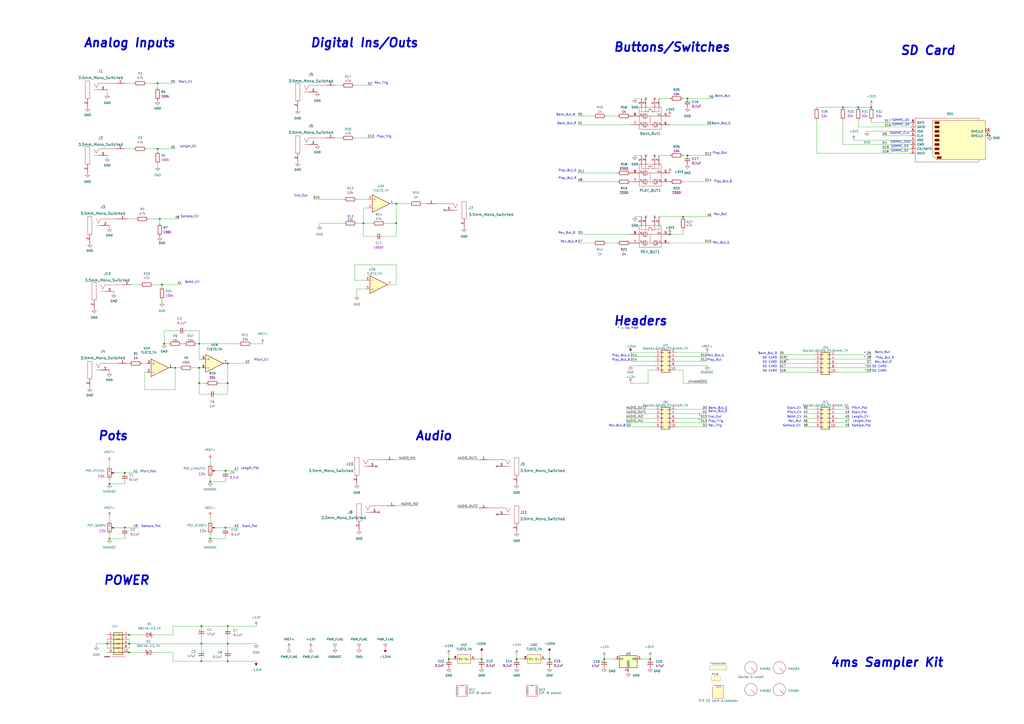
<source format=kicad_sch>
(kicad_sch (version 20230121) (generator eeschema)
  (paper "A2")
  (junction (at 116.84 373.38))
  (junction (at 121.92 279.4))
  (junction (at 63.5 280.67))
  (junction (at 92.71 127))
  (junction (at 388.62 135.89))
  (junction (at 91.44 86.36))
  (junction (at 229.87 118.11))
  (junction (at 398.78 90.17))
  (junction (at 115.57 199.39))
  (junction (at 210.82 129.54))
  (junction (at 488.95 62.23))
  (junction (at 74.93 378.46))
  (junction (at 350.52 382.27))
  (junction (at 63.5 312.42))
  (junction (at 74.93 373.38))
  (junction (at 116.84 363.22))
  (junction (at 93.98 165.1))
  (junction (at 62.23 373.38))
  (junction (at 377.19 382.27))
  (junction (at 130.81 273.05))
  (junction (at 72.39 306.07))
  (junction (at 396.24 125.73))
  (junction (at 132.08 210.82))
  (junction (at 299.72 382.27))
  (junction (at 132.08 373.38))
  (junction (at 121.92 312.42))
  (junction (at 574.04 78.74))
  (junction (at 132.08 222.25))
  (junction (at 130.81 306.07))
  (junction (at 279.4 382.27))
  (junction (at 260.35 382.27))
  (junction (at 318.77 382.27))
  (junction (at 91.44 48.26))
  (junction (at 132.08 383.54))
  (junction (at 115.57 222.25))
  (junction (at 132.08 363.22))
  (junction (at 101.6 213.36))
  (junction (at 72.39 274.32))
  (junction (at 74.93 368.3))
  (junction (at 497.84 62.23))
  (junction (at 116.84 383.54))
  (junction (at 229.87 129.54))
  (junction (at 95.25 199.39))
  (junction (at 505.46 62.23))
  (junction (at 115.57 213.36))
  (junction (at 398.78 57.15))
  (no_connect (at 288.29 270.51))
  (no_connect (at 374.65 57.15))
  (no_connect (at 379.73 90.17))
  (no_connect (at 218.44 270.51))
  (no_connect (at 379.73 57.15))
  (no_connect (at 257.81 121.92))
  (no_connect (at 379.73 125.73))
  (no_connect (at 288.29 298.45))
  (no_connect (at 374.65 125.73))
  (no_connect (at 374.65 90.17))
  (no_connect (at 219.71 297.18))
  (wire (pts (xy 132.08 373.38) (xy 132.08 377.19)))
  (wire (pts (xy 368.3 57.15) (xy 372.11 57.15)))
  (wire (pts (xy 72.39 86.36) (xy 77.47 86.36)))
  (wire (pts (xy 63.5 270.51) (xy 63.5 267.97)))
  (wire (pts (xy 72.39 312.42) (xy 72.39 311.15)))
  (wire (pts (xy 132.08 228.6) (xy 125.73 228.6)))
  (wire (pts (xy 265.43 294.64) (xy 278.13 294.64)))
  (wire (pts (xy 344.17 140.97) (xy 335.28 140.97)))
  (wire (pts (xy 485.14 215.9) (xy 505.46 215.9)))
  (wire (pts (xy 132.08 373.38) (xy 148.59 373.38)))
  (wire (pts (xy 90.17 378.46) (xy 100.33 378.46)))
  (wire (pts (xy 372.11 382.27) (xy 377.19 382.27)))
  (wire (pts (xy 279.4 378.46) (xy 279.4 382.27)))
  (wire (pts (xy 241.3 266.7) (xy 228.6 266.7)))
  (wire (pts (xy 67.31 274.32) (xy 72.39 274.32)))
  (wire (pts (xy 388.62 135.89) (xy 396.24 135.89)))
  (wire (pts (xy 223.52 129.54) (xy 229.87 129.54)))
  (wire (pts (xy 485.14 245.11) (xy 492.76 245.11)))
  (wire (pts (xy 485.14 240.03) (xy 492.76 240.03)))
  (wire (pts (xy 452.12 215.9) (xy 472.44 215.9)))
  (wire (pts (xy 63.5 299.72) (xy 63.5 302.26)))
  (wire (pts (xy 73.66 210.82) (xy 74.93 210.82)))
  (wire (pts (xy 392.43 247.65) (xy 410.21 247.65)))
  (wire (pts (xy 488.95 83.82) (xy 488.95 69.85)))
  (wire (pts (xy 392.43 242.57) (xy 410.21 242.57)))
  (wire (pts (xy 452.12 210.82) (xy 472.44 210.82)))
  (wire (pts (xy 205.74 49.53) (xy 215.9 49.53)))
  (wire (pts (xy 82.55 210.82) (xy 85.09 210.82)))
  (wire (pts (xy 93.98 165.1) (xy 93.98 166.37)))
  (wire (pts (xy 115.57 222.25) (xy 115.57 228.6)))
  (wire (pts (xy 116.84 373.38) (xy 116.84 377.19)))
  (wire (pts (xy 396.24 222.25) (xy 410.21 222.25)))
  (wire (pts (xy 132.08 222.25) (xy 132.08 228.6)))
  (wire (pts (xy 88.9 165.1) (xy 93.98 165.1)))
  (wire (pts (xy 388.62 72.39) (xy 412.75 72.39)))
  (wire (pts (xy 207.01 167.64) (xy 207.01 171.45)))
  (wire (pts (xy 392.43 212.09) (xy 410.21 212.09)))
  (wire (pts (xy 365.76 209.55) (xy 379.73 209.55)))
  (wire (pts (xy 205.74 80.01) (xy 217.17 80.01)))
  (wire (pts (xy 375.92 214.63) (xy 379.73 214.63)))
  (wire (pts (xy 125.73 273.05) (xy 130.81 273.05)))
  (wire (pts (xy 132.08 383.54) (xy 148.59 383.54)))
  (wire (pts (xy 115.57 199.39) (xy 115.57 208.28)))
  (wire (pts (xy 505.46 71.12) (xy 505.46 69.85)))
  (wire (pts (xy 76.2 165.1) (xy 81.28 165.1)))
  (wire (pts (xy 72.39 280.67) (xy 72.39 279.4)))
  (wire (pts (xy 111.76 213.36) (xy 115.57 213.36)))
  (wire (pts (xy 63.5 309.88) (xy 63.5 312.42)))
  (wire (pts (xy 392.43 237.49) (xy 410.21 237.49)))
  (wire (pts (xy 485.14 247.65) (xy 492.76 247.65)))
  (wire (pts (xy 83.82 226.06) (xy 101.6 226.06)))
  (wire (pts (xy 392.43 240.03) (xy 410.21 240.03)))
  (wire (pts (xy 63.5 214.63) (xy 63.5 215.9)))
  (wire (pts (xy 130.81 279.4) (xy 130.81 278.13)))
  (wire (pts (xy 121.92 309.88) (xy 121.92 312.42)))
  (wire (pts (xy 62.23 90.17) (xy 62.23 91.44)))
  (wire (pts (xy 92.71 127) (xy 92.71 129.54)))
  (wire (pts (xy 229.87 118.11) (xy 229.87 129.54)))
  (wire (pts (xy 528.32 76.2) (xy 502.92 76.2)))
  (wire (pts (xy 63.5 312.42) (xy 72.39 312.42)))
  (wire (pts (xy 67.31 306.07) (xy 72.39 306.07)))
  (wire (pts (xy 205.74 162.56) (xy 205.74 153.67)))
  (wire (pts (xy 382.27 125.73) (xy 396.24 125.73)))
  (wire (pts (xy 194.31 80.01) (xy 198.12 80.01)))
  (wire (pts (xy 66.04 168.91) (xy 66.04 170.18)))
  (wire (pts (xy 115.57 191.77) (xy 115.57 199.39)))
  (wire (pts (xy 132.08 210.82) (xy 132.08 222.25)))
  (wire (pts (xy 86.36 127) (xy 92.71 127)))
  (wire (pts (xy 368.3 125.73) (xy 372.11 125.73)))
  (wire (pts (xy 210.82 137.16) (xy 210.82 129.54)))
  (wire (pts (xy 217.17 137.16) (xy 210.82 137.16)))
  (wire (pts (xy 452.12 208.28) (xy 472.44 208.28)))
  (wire (pts (xy 74.93 373.38) (xy 116.84 373.38)))
  (wire (pts (xy 121.92 279.4) (xy 130.81 279.4)))
  (wire (pts (xy 335.28 67.31) (xy 344.17 67.31)))
  (wire (pts (xy 115.57 213.36) (xy 115.57 222.25)))
  (wire (pts (xy 115.57 208.28) (xy 116.84 208.28)))
  (wire (pts (xy 392.43 207.01) (xy 410.21 207.01)))
  (wire (pts (xy 95.25 199.39) (xy 97.79 199.39)))
  (wire (pts (xy 91.44 86.36) (xy 91.44 87.63)))
  (wire (pts (xy 452.12 205.74) (xy 472.44 205.74)))
  (wire (pts (xy 116.84 364.49) (xy 116.84 363.22)))
  (wire (pts (xy 335.28 135.89) (xy 365.76 135.89)))
  (wire (pts (xy 100.33 368.3) (xy 100.33 363.22)))
  (wire (pts (xy 398.78 57.15) (xy 414.02 57.15)))
  (wire (pts (xy 485.14 205.74) (xy 505.46 205.74)))
  (wire (pts (xy 130.81 306.07) (xy 138.43 306.07)))
  (wire (pts (xy 497.84 73.66) (xy 497.84 69.85)))
  (wire (pts (xy 396.24 214.63) (xy 396.24 222.25)))
  (wire (pts (xy 505.46 62.23) (xy 505.46 60.96)))
  (wire (pts (xy 72.39 306.07) (xy 80.01 306.07)))
  (wire (pts (xy 74.93 370.84) (xy 74.93 373.38)))
  (wire (pts (xy 392.43 245.11) (xy 410.21 245.11)))
  (wire (pts (xy 210.82 129.54) (xy 215.9 129.54)))
  (wire (pts (xy 210.82 120.65) (xy 210.82 129.54)))
  (wire (pts (xy 316.23 382.27) (xy 318.77 382.27)))
  (wire (pts (xy 528.32 86.36) (xy 511.81 86.36)))
  (wire (pts (xy 146.05 199.39) (xy 152.4 199.39)))
  (wire (pts (xy 229.87 165.1) (xy 227.33 165.1)))
  (wire (pts (xy 229.87 118.11) (xy 237.49 118.11)))
  (wire (pts (xy 194.31 49.53) (xy 198.12 49.53)))
  (wire (pts (xy 365.76 204.47) (xy 379.73 204.47)))
  (wire (pts (xy 55.88 373.38) (xy 62.23 373.38)))
  (wire (pts (xy 363.22 242.57) (xy 379.73 242.57)))
  (wire (pts (xy 485.14 213.36) (xy 505.46 213.36)))
  (wire (pts (xy 363.22 247.65) (xy 379.73 247.65)))
  (wire (pts (xy 488.95 62.23) (xy 497.84 62.23)))
  (wire (pts (xy 91.44 86.36) (xy 101.6 86.36)))
  (wire (pts (xy 73.66 127) (xy 78.74 127)))
  (wire (pts (xy 115.57 228.6) (xy 120.65 228.6)))
  (wire (pts (xy 121.92 269.24) (xy 121.92 266.7)))
  (wire (pts (xy 95.25 191.77) (xy 95.25 199.39)))
  (wire (pts (xy 205.74 153.67) (xy 229.87 153.67)))
  (wire (pts (xy 85.09 215.9) (xy 83.82 215.9)))
  (wire (pts (xy 335.28 72.39) (xy 365.76 72.39)))
  (wire (pts (xy 245.11 118.11) (xy 247.65 118.11)))
  (wire (pts (xy 396.24 125.73) (xy 412.75 125.73)))
  (wire (pts (xy 185.42 129.54) (xy 199.39 129.54)))
  (wire (pts (xy 396.24 133.35) (xy 396.24 135.89)))
  (wire (pts (xy 93.98 173.99) (xy 93.98 175.26)))
  (wire (pts (xy 242.57 293.37) (xy 229.87 293.37)))
  (wire (pts (xy 528.32 71.12) (xy 505.46 71.12)))
  (wire (pts (xy 100.33 363.22) (xy 116.84 363.22)))
  (wire (pts (xy 74.93 368.3) (xy 82.55 368.3)))
  (wire (pts (xy 72.39 48.26) (xy 77.47 48.26)))
  (wire (pts (xy 358.14 140.97) (xy 351.79 140.97)))
  (wire (pts (xy 62.23 368.3) (xy 74.93 368.3)))
  (wire (pts (xy 466.09 242.57) (xy 472.44 242.57)))
  (wire (pts (xy 91.44 48.26) (xy 91.44 50.8)))
  (wire (pts (xy 396.24 90.17) (xy 398.78 90.17)))
  (wire (pts (xy 365.76 212.09) (xy 379.73 212.09)))
  (wire (pts (xy 100.33 378.46) (xy 100.33 383.54)))
  (wire (pts (xy 148.59 363.22) (xy 132.08 363.22)))
  (wire (pts (xy 95.25 191.77) (xy 102.87 191.77)))
  (wire (pts (xy 132.08 364.49) (xy 132.08 363.22)))
  (wire (pts (xy 485.14 208.28) (xy 505.46 208.28)))
  (wire (pts (xy 363.22 245.11) (xy 379.73 245.11)))
  (wire (pts (xy 528.32 83.82) (xy 488.95 83.82)))
  (wire (pts (xy 125.73 306.07) (xy 130.81 306.07)))
  (wire (pts (xy 63.5 130.81) (xy 63.5 132.08)))
  (wire (pts (xy 265.43 266.7) (xy 278.13 266.7)))
  (wire (pts (xy 528.32 81.28) (xy 495.3 81.28)))
  (wire (pts (xy 398.78 90.17) (xy 412.75 90.17)))
  (wire (pts (xy 100.33 213.36) (xy 101.6 213.36)))
  (wire (pts (xy 116.84 373.38) (xy 132.08 373.38)))
  (wire (pts (xy 228.6 118.11) (xy 229.87 118.11)))
  (wire (pts (xy 127 222.25) (xy 132.08 222.25)))
  (wire (pts (xy 115.57 213.36) (xy 116.84 213.36)))
  (wire (pts (xy 388.62 140.97) (xy 412.75 140.97)))
  (wire (pts (xy 410.21 209.55) (xy 392.43 209.55)))
  (wire (pts (xy 368.3 90.17) (xy 372.11 90.17)))
  (wire (pts (xy 365.76 207.01) (xy 379.73 207.01)))
  (wire (pts (xy 62.23 52.07) (xy 62.23 54.61)))
  (wire (pts (xy 229.87 153.67) (xy 229.87 165.1)))
  (wire (pts (xy 92.71 127) (xy 104.14 127)))
  (wire (pts (xy 130.81 312.42) (xy 130.81 311.15)))
  (wire (pts (xy 365.76 222.25) (xy 375.92 222.25)))
  (wire (pts (xy 121.92 312.42) (xy 130.81 312.42)))
  (wire (pts (xy 115.57 191.77) (xy 107.95 191.77)))
  (wire (pts (xy 528.32 73.66) (xy 497.84 73.66)))
  (wire (pts (xy 116.84 383.54) (xy 132.08 383.54)))
  (wire (pts (xy 358.14 67.31) (xy 351.79 67.31)))
  (wire (pts (xy 350.52 382.27) (xy 356.87 382.27)))
  (wire (pts (xy 473.71 62.23) (xy 488.95 62.23)))
  (wire (pts (xy 62.23 373.38) (xy 62.23 375.92)))
  (wire (pts (xy 213.36 120.65) (xy 210.82 120.65)))
  (wire (pts (xy 114.3 199.39) (xy 115.57 199.39)))
  (wire (pts (xy 116.84 382.27) (xy 116.84 383.54)))
  (wire (pts (xy 222.25 137.16) (xy 229.87 137.16)))
  (wire (pts (xy 181.61 115.57) (xy 199.39 115.57)))
  (wire (pts (xy 132.08 210.82) (xy 144.78 210.82)))
  (wire (pts (xy 83.82 215.9) (xy 83.82 226.06)))
  (wire (pts (xy 130.81 273.05) (xy 138.43 273.05)))
  (wire (pts (xy 382.27 57.15) (xy 388.62 57.15)))
  (wire (pts (xy 299.72 379.73) (xy 299.72 382.27)))
  (wire (pts (xy 74.93 373.38) (xy 74.93 375.92)))
  (wire (pts (xy 207.01 129.54) (xy 210.82 129.54)))
  (wire (pts (xy 466.09 237.49) (xy 472.44 237.49)))
  (wire (pts (xy 485.14 210.82) (xy 505.46 210.82)))
  (wire (pts (xy 121.92 299.72) (xy 121.92 302.26)))
  (wire (pts (xy 62.23 373.38) (xy 74.93 373.38)))
  (wire (pts (xy 116.84 369.57) (xy 116.84 373.38)))
  (wire (pts (xy 497.84 62.23) (xy 505.46 62.23)))
  (wire (pts (xy 466.09 245.11) (xy 472.44 245.11)))
  (wire (pts (xy 105.41 199.39) (xy 106.68 199.39)))
  (wire (pts (xy 101.6 226.06) (xy 101.6 213.36)))
  (wire (pts (xy 116.84 363.22) (xy 132.08 363.22)))
  (wire (pts (xy 90.17 368.3) (xy 100.33 368.3)))
  (wire (pts (xy 363.22 240.03) (xy 379.73 240.03)))
  (wire (pts (xy 377.19 381) (xy 377.19 382.27)))
  (wire (pts (xy 485.14 237.49) (xy 492.76 237.49)))
  (wire (pts (xy 318.77 378.46) (xy 318.77 382.27)))
  (wire (pts (xy 63.5 280.67) (xy 72.39 280.67)))
  (wire (pts (xy 350.52 381) (xy 350.52 382.27)))
  (wire (pts (xy 85.09 86.36) (xy 91.44 86.36)))
  (wire (pts (xy 466.09 247.65) (xy 472.44 247.65)))
  (wire (pts (xy 100.33 383.54) (xy 116.84 383.54)))
  (wire (pts (xy 62.23 378.46) (xy 74.93 378.46)))
  (wire (pts (xy 85.09 48.26) (xy 91.44 48.26)))
  (wire (pts (xy 132.08 369.57) (xy 132.08 373.38)))
  (wire (pts (xy 212.09 167.64) (xy 207.01 167.64)))
  (wire (pts (xy 485.14 242.57) (xy 492.76 242.57)))
  (wire (pts (xy 72.39 274.32) (xy 80.01 274.32)))
  (wire (pts (xy 466.09 240.03) (xy 472.44 240.03)))
  (wire (pts (xy 91.44 95.25) (xy 91.44 96.52)))
  (wire (pts (xy 207.01 115.57) (xy 213.36 115.57)))
  (wire (pts (xy 121.92 276.86) (xy 121.92 279.4)))
  (wire (pts (xy 335.28 105.41) (xy 358.14 105.41)))
  (wire (pts (xy 101.6 213.36) (xy 104.14 213.36)))
  (wire (pts (xy 212.09 162.56) (xy 205.74 162.56)))
  (wire (pts (xy 382.27 90.17) (xy 388.62 90.17)))
  (wire (pts (xy 260.35 382.27) (xy 262.89 382.27)))
  (wire (pts (xy 375.92 222.25) (xy 375.92 214.63)))
  (wire (pts (xy 62.23 370.84) (xy 62.23 373.38)))
  (wire (pts (xy 299.72 382.27) (xy 303.53 382.27)))
  (wire (pts (xy 392.43 204.47) (xy 410.21 204.47)))
  (wire (pts (xy 74.93 378.46) (xy 82.55 378.46)))
  (wire (pts (xy 55.88 374.65) (xy 55.88 373.38)))
  (wire (pts (xy 132.08 382.27) (xy 132.08 383.54)))
  (wire (pts (xy 275.59 382.27) (xy 279.4 382.27)))
  (wire (pts (xy 335.28 100.33) (xy 358.14 100.33)))
  (wire (pts (xy 473.71 88.9) (xy 473.71 69.85)))
  (wire (pts (xy 363.22 237.49) (xy 379.73 237.49)))
  (wire (pts (xy 392.43 214.63) (xy 396.24 214.63)))
  (wire (pts (xy 574.04 78.74) (xy 574.04 76.2)))
  (wire (pts (xy 396.24 57.15) (xy 398.78 57.15)))
  (wire (pts (xy 115.57 222.25) (xy 119.38 222.25)))
  (wire (pts (xy 63.5 278.13) (xy 63.5 280.67)))
  (wire (pts (xy 115.57 199.39) (xy 138.43 199.39)))
  (wire (pts (xy 528.32 78.74) (xy 511.81 78.74)))
  (wire (pts (xy 260.35 379.73) (xy 260.35 382.27)))
  (wire (pts (xy 185.42 129.54) (xy 185.42 130.81)))
  (wire (pts (xy 452.12 213.36) (xy 472.44 213.36)))
  (wire (pts (xy 396.24 105.41) (xy 412.75 105.41)))
  (wire (pts (xy 528.32 88.9) (xy 473.71 88.9)))
  (wire (pts (xy 91.44 48.26) (xy 101.6 48.26)))
  (wire (pts (xy 93.98 165.1) (xy 105.41 165.1)))
  (wire (pts (xy 229.87 129.54) (xy 229.87 137.16)))
  (text "Rev_Trig" (at 217.17 48.895 0) (effects (font (size 1.27 1.27)) (justify left bottom)))
  (text "SD CARD" (at 514.35 213.36 0) (effects (font (size 1.27 1.27)) (justify right bottom)))
  (text "Play_But_B" (at 354.965 209.55 0) (effects (font (size 1.27 1.27)) (justify left bottom)))
  (text "Play_Trig" (at 218.44 80.01 0) (effects (font (size 1.27 1.27)) (justify left bottom)))
  (text "Rev_But_R" (at 325.12 140.97 0) (effects (font (size 1.27 1.27)) (justify left bottom)))
  (text "SD CARD" (at 450.85 213.36 0) (effects (font (size 1.27 1.27)) (justify right bottom)))
  (text "SDMMC_CMD" (at 528.32 83.185 0) (effects (font (size 1.27 1.27)) (justify right bottom)))
  (text "Play_But_B" (at 414.02 106.045 0) (effects (font (size 1.27 1.27)) (justify left bottom)))
  (text "Bank_But" (at 414.655 56.515 0) (effects (font (size 1.27 1.27)) (justify left bottom)))
  (text "Bank_But_R" (at 410.845 239.395 0) (effects (font (size 1.27 1.27)) (justify left bottom)))
  (text "Rev_But_B" (at 323.85 135.89 0) (effects (font (size 1.27 1.27)) (justify left bottom)))
  (text "Sample_Pot" (at 81.915 306.07 0) (effects (font (size 1.27 1.27)) (justify left bottom)))
  (text "Play_But_G" (at 323.85 99.695 0) (effects (font (size 1.27 1.27)) (justify left bottom)))
  (text "*" (at 501.015 208.28 0) (effects (font (size 1.27 1.27)) (justify left bottom)))
  (text "Bank_But_G" (at 412.75 72.39 0) (effects (font (size 1.27 1.27)) (justify left bottom)))
  (text "Length_CV" (at 494.03 242.57 0) (effects (font (size 1.27 1.27)) (justify left bottom)))
  (text "Rev_Trig" (at 410.845 247.65 0) (effects (font (size 1.27 1.27)) (justify left bottom)))
  (text "Headers" (at 355.6 189.23 0) (effects (font (size 5.08 5.08) (thickness 1.016) bold italic) (justify left bottom)))
  (text "Digital Ins/Outs" (at 179.705 27.94 0) (effects (font (size 5.08 5.08) (thickness 1.016) bold italic) (justify left bottom)))
  (text "Play_But_R" (at 508 208.28 0) (effects (font (size 1.27 1.27)) (justify left bottom)))
  (text "Rev_But_G" (at 413.385 141.605 0) (effects (font (size 1.27 1.27)) (justify left bottom)))
  (text "Bank_But_G" (at 410.845 237.49 0) (effects (font (size 1.27 1.27)) (justify left bottom)))
  (text "*" (at 405.13 241.935 0) (effects (font (size 1.27 1.27)) (justify left bottom)))
  (text "Start_Pot" (at 494.03 240.03 0) (effects (font (size 1.27 1.27)) (justify left bottom)))
  (text "Start_CV" (at 456.565 237.49 0) (effects (font (size 1.27 1.27)) (justify left bottom)))
  (text "Pitch_CV" (at 456.565 240.03 0) (effects (font (size 1.27 1.27)) (justify left bottom)))
  (text "SDMMC_D2" (at 527.05 88.265 0) (effects (font (size 1.27 1.27)) (justify right bottom)))
  (text "SDMMC_D0" (at 527.685 73.025 0) (effects (font (size 1.27 1.27)) (justify right bottom)))
  (text "Length_Pot" (at 494.665 245.11 0) (effects (font (size 1.27 1.27)) (justify left bottom)))
  (text "Play_But_R" (at 323.85 104.14 0) (effects (font (size 1.27 1.27)) (justify left bottom)))
  (text "Audio" (at 240.665 255.905 0) (effects (font (size 5.08 5.08) (thickness 1.016) bold italic) (justify left bottom)))
  (text "Rev_But" (at 414.02 125.095 0) (effects (font (size 1.27 1.27)) (justify left bottom)))
  (text "Analog Inputs" (at 48.26 27.94 0) (effects (font (size 5.08 5.08) (thickness 1.016) bold italic) (justify left bottom)))
  (text "SD Card" (at 521.97 32.385 0) (effects (font (size 5.08 5.08) (thickness 1.016) bold italic) (justify left bottom)))
  (text "Rev_But" (at 457.2 245.11 0) (effects (font (size 1.27 1.27)) (justify left bottom)))
  (text "*" (at 501.65 213.36 0) (effects (font (size 1.27 1.27)) (justify left bottom)))
  (text "SDMMC_D1" (at 527.685 70.485 0) (effects (font (size 1.27 1.27)) (justify right bottom)))
  (text "Buttons/Switches" (at 355.6 30.48 0) (effects (font (size 5.08 5.08) (thickness 1.016) bold italic) (justify left bottom)))
  (text "Pitch_Pot" (at 494.03 237.49 0) (effects (font (size 1.27 1.27)) (justify left bottom)))
  (text "Sample_Pot" (at 494.03 247.65 0) (effects (font (size 1.27 1.27)) (justify left bottom)))
  (text "Play_But" (at 410.21 209.55 0) (effects (font (size 1.27 1.27)) (justify left bottom)))
  (text "Start_Pot" (at 140.335 306.07 0) (effects (font (size 1.27 1.27)) (justify left bottom)))
  (text "*" (at 501.015 205.74 0) (effects (font (size 1.27 1.27)) (justify left bottom)))
  (text "Start_CV" (at 103.505 48.26 0) (effects (font (size 1.27 1.27)) (justify left bottom)))
  (text "Play_Trig" (at 410.845 245.11 0) (effects (font (size 1.27 1.27)) (justify left bottom)))
  (text "*" (at 455.93 208.28 0) (effects (font (size 1.27 1.27)) (justify left bottom)))
  (text "Rev_But_G" (at 410.21 207.01 0) (effects (font (size 1.27 1.27)) (justify left bottom)))
  (text "SD CARD" (at 514.35 215.9 0) (effects (font (size 1.27 1.27)) (justify right bottom)))
  (text "*" (at 455.93 210.185 0) (effects (font (size 1.27 1.27)) (justify left bottom)))
  (text "BANK_CV" (at 456.565 242.57 0) (effects (font (size 1.27 1.27)) (justify left bottom)))
  (text "Sample_CV" (at 104.775 126.365 0) (effects (font (size 1.27 1.27)) (justify left bottom)))
  (text "Bank_But_B" (at 322.58 67.31 0) (effects (font (size 1.27 1.27)) (justify left bottom)))
  (text "SD CARD" (at 450.85 208.28 0) (effects (font (size 1.27 1.27)) (justify right bottom)))
  (text "Play_But_G" (at 354.965 207.01 0) (effects (font (size 1.27 1.27)) (justify left bottom)))
  (text "Pitch_CV" (at 147.32 209.55 0) (effects (font (size 1.27 1.27)) (justify left bottom)))
  (text "*" (at 501.65 215.9 0) (effects (font (size 1.27 1.27)) (justify left bottom)))
  (text "Pots" (at 56.515 255.905 0) (effects (font (size 5.08 5.08) (thickness 1.016) bold italic) (justify left bottom)))
  (text "Rev_But_B" (at 353.06 247.65 0) (effects (font (size 1.27 1.27)) (justify left bottom)))
  (text "SDMMC_CLK" (at 527.685 78.105 0) (effects (font (size 1.27 1.27)) (justify right bottom)))
  (text "Rev_But_R" (at 507.365 210.82 0) (effects (font (size 1.27 1.27)) (justify left bottom)))
  (text "*" (at 404.8824 244.6801 0) (effects (font (size 1.27 1.27)) (justify left bottom)))
  (text "End_Out" (at 418.465 242.57 0) (effects (font (size 1.27 1.27)) (justify right bottom)))
  (text "4ms Sampler Kit" (at 481.33 387.35 0) (effects (font (size 5.08 5.08) (thickness 1.016) bold italic) (justify left bottom)))
  (text "Bank_But" (at 507.365 205.105 0) (effects (font (size 1.27 1.27)) (justify left bottom)))
  (text "* = No PWM" (at 358.14 191.135 0) (effects (font (size 1.27 1.27)) (justify left bottom)))
  (text "Pitch_Pot" (at 81.28 274.32 0) (effects (font (size 1.27 1.27)) (justify left bottom)))
  (text "SDMMC_D3" (at 527.05 85.725 0) (effects (font (size 1.27 1.27)) (justify right bottom)))
  (text "POWER" (at 59.69 339.725 0) (effects (font (size 5.08 5.08) (thickness 1.016) bold italic) (justify left bottom)))
  (text "End_Out" (at 178.435 114.3 0) (effects (font (size 1.27 1.27)) (justify right bottom)))
  (text "SD CARD" (at 450.85 210.82 0) (effects (font (size 1.27 1.27)) (justify right bottom)))
  (text "Bank_But_B" (at 450.85 205.74 0) (effects (font (size 1.27 1.27)) (justify right bottom)))
  (text "Length_Pot" (at 139.7 272.415 0) (effects (font (size 1.27 1.27)) (justify left bottom)))
  (text "Sample_CV" (at 454.025 247.65 0) (effects (font (size 1.27 1.27)) (justify left bottom)))
  (text "Play_But" (at 413.385 89.535 0) (effects (font (size 1.27 1.27)) (justify left bottom)))
  (text "Length_CV" (at 104.14 85.725 0) (effects (font (size 1.27 1.27)) (justify left bottom)))
  (text "SD CARD" (at 450.85 215.9 0) (effects (font (size 1.27 1.27)) (justify right bottom)))
  (text "Bank_But_R" (at 323.215 72.39 0) (effects (font (size 1.27 1.27)) (justify left bottom)))
  (text "BANK_CV" (at 107.315 164.465 0) (effects (font (size 1.27 1.27)) (justify left bottom)))
  (label "D17" (at 452.12 213.36 0))
  (label "D7" (at 505.46 210.82 180))
  (label "D14" (at 365.76 209.55 0))
  (label "D12" (at 410.21 209.55 180))
  (label "A5" (at 492.76 242.57 180))
  (label "A2" (at 144.78 210.82 180))
  (label "D19" (at 452.12 208.28 0))
  (label "D11" (at 335.28 100.33 0))
  (label "A4" (at 105.41 165.1 180))
  (label "A6" (at 466.09 245.11 0))
  (label "D18" (at 452.12 210.82 0))
  (label "D3" (at 335.28 135.89 0))
  (label "A1" (at 492.76 237.49 180))
  (label "D13" (at 410.21 245.11 180))
  (label "D10" (at 410.21 207.01 180))
  (label "A1" (at 80.01 274.32 180))
  (label "AUDIO_IN1" (at 363.22 245.11 0))
  (label "A8" (at 466.09 247.65 0))
  (label "D3" (at 363.22 247.65 0))
  (label "D10" (at 412.75 140.97 180))
  (label "A7" (at 138.43 273.05 180))
  (label "D15" (at 181.61 115.57 0))
  (label "D0" (at 412.75 72.39 180))
  (label "D18" (at 511.81 88.9 0))
  (label "D16" (at 513.08 73.66 0))
  (label "A0" (at 466.09 237.49 0))
  (label "D1" (at 335.28 72.39 0))
  (label "D2" (at 410.21 247.65 180))
  (label "AUDIO_IN1" (at 241.3 266.7 180))
  (label "D6" (at 505.46 205.74 180))
  (label "A3" (at 138.43 306.07 180))
  (label "D1" (at 410.21 240.03 180))
  (label "AUDIO_OUT1" (at 265.43 266.7 0))
  (label "D4" (at 505.46 213.36 180))
  (label "D0" (at 410.21 237.49 180))
  (label "A9" (at 80.01 306.07 180))
  (label "D2" (at 215.9 49.53 180))
  (label "D5" (at 335.28 67.31 0))
  (label "D6" (at 414.02 57.15 180))
  (label "AUDIO_OUT1" (at 363.22 240.03 0))
  (label "D14" (at 412.75 105.41 180))
  (label "D11" (at 365.76 207.01 0))
  (label "D5" (at 452.12 205.74 0))
  (label "A7" (at 492.76 245.11 180))
  (label "AUDIO_OUT2" (at 265.43 294.64 0))
  (label "A3" (at 492.76 240.03 180))
  (label "D19" (at 511.81 86.36 0))
  (label "A6" (at 412.75 125.73 180))
  (label "A4" (at 466.09 242.57 0))
  (label "D7" (at 335.28 140.97 0))
  (label "A9" (at 492.76 247.65 180))
  (label "A8" (at 104.14 127 180))
  (label "D12" (at 412.75 90.17 180))
  (label "D4" (at 511.81 83.82 0))
  (label "D9" (at 511.81 78.74 0))
  (label "Unused(5V)" (at 410.21 222.25 180))
  (label "D17" (at 513.08 71.12 0))
  (label "D16" (at 452.12 215.9 0))
  (label "AUDIO_IN2" (at 363.22 242.57 0))
  (label "A5" (at 101.6 86.36 180))
  (label "AUDIO_OUT2" (at 363.22 237.49 0))
  (label "A0" (at 101.6 48.26 180))
  (label "A2" (at 466.09 240.03 0))
  (label "D13" (at 217.17 80.01 180))
  (label "AUDIO_IN2" (at 242.57 293.37 180))
  (label "D8" (at 335.28 105.41 0))
  (label "D8" (at 505.46 208.28 180))
  (label "D9" (at 505.46 215.9 180))
  (label "D15" (at 410.21 242.57 180))
  (symbol (lib_id "4ms_Power-symbol:GND") (at 368.3 57.15 0) (unit 1)
    (property "Reference" "#PWR049" (effects hide))
    (property "Value" "GND" (at 368.3 62.23 0))
  )
  (symbol (lib_id "power:GND") (at 208.28 375.92 0) (unit 1)
    (property "Reference" "#PWR036" (effects hide))
    (property "Value" "GND" (at 208.28 381 0))
  )
  (symbol (lib_id "4ms_Connector:Socket_DIP8") (at 308.61 400.05 0) (unit 1) (on_board no)
    (property "Reference" "SK2" (at 312.5008 400.0413 0) (effects (justify left)))
    (property "Value" "DIP-8 socket" (at 312.5008 401.9623 0) (effects (justify left)))
    (property "Datasheet" "https://www.mouser.com/datasheet/2/418/7/ENG_CD_2199298_A_baseFilename-2029520.pdf" (effects hide))
    (property "Manufacturer" "TE Connectivity" (effects hide))
    (property "Part Number" "1-2199298-2" (effects hide))
    (property "Specifications" "DIP-8 Socket, 2.54mm Pitch, 7.62mm Rows" (effects hide))
    (property "Production Stage" "B" (effects hide))
  )
  (symbol (lib_id "4ms_Capacitor:0.1uF_Disc_TH") (at 72.39 276.86 0) (unit 1)
    (property "Reference" "C1" (at 74.93 275.5962 0) (effects (justify left)))
    (property "Value" "0.1uF_Disc_TH" (effects hide))
    (property "Footprint" "4ms_Capacitor:C_Disc_P2.54mm" (effects hide))
    (property "Display" "0.1uF" (at 74.93 278.1362 0) (effects (justify left)))
    (property "Manufacturer" "Vishay" (effects hide))
    (property "Part Number" "K104K15X7RF5TL2" (effects hide))
    (property "Specifications" "MLCC, Leaded, Min 25V, Y5V or X7R, Lead Spacing 2.5mm, Body approx 4x4mm" (effects hide))
    (property "Production Stage" "B" (effects hide))
  )
  (symbol (lib_id "4ms_Resistor_TH:10k_TH0.125") (at 101.6 199.39 90) (unit 1)
    (property "Reference" "R9" (at 101.6 194.945 90))
    (property "Value" "10k_TH0.125" (effects hide))
    (property "Footprint" "4ms_Resistor:R_Axial_DIN0207_L6.3mm_D2.5mm_P7.62mm_Horizontal" (effects hide))
    (property "Specifications" "10k, 5%, 1/8W, TH0.125" (effects hide))
    (property "Manufacturer" "Xicon" (effects hide))
    (property "Part Number" "299-10k-RC" (effects hide))
    (property "Display" "10k" (at 101.6 197.485 90))
    (property "Production Stage" "B" (effects hide))
  )
  (symbol (lib_id "4ms_Power-symbol:+3.3V") (at 377.19 381 0) (unit 1)
    (property "Reference" "#PWR0102" (effects hide))
    (property "Value" "+3.3V" (at 374.015 375.285 0) (effects (justify left)))
  )
  (symbol (lib_id "4ms_Resistor_TH:47k_TH0.125") (at 81.28 48.26 90) (unit 1)
    (property "Reference" "R2" (at 81.28 42.545 90))
    (property "Value" "47k_TH0.125" (effects hide))
    (property "Footprint" "4ms_Resistor:R_Axial_DIN0207_L6.3mm_D2.5mm_P7.62mm_Horizontal" (effects hide))
    (property "Specifications" "47k, 5%, 1/8W, TH0.125" (effects hide))
    (property "Manufacturer" "Xicon" (effects hide))
    (property "Part Number" "299-47k-RC" (effects hide))
    (property "Display" "47k" (at 81.28 45.085 90))
    (property "Production Stage" "B" (effects hide))
  )
  (symbol (lib_id "4ms_Resistor_TH:33k_TH0.125") (at 142.24 199.39 90) (unit 1)
    (property "Reference" "R11" (at 142.24 194.31 90))
    (property "Value" "33k_TH0.125" (effects hide))
    (property "Footprint" "4ms_Resistor:R_Axial_DIN0207_L6.3mm_D2.5mm_P7.62mm_Horizontal" (effects hide))
    (property "Specifications" "33k, 5%, 1/8W, TH0.125" (effects hide))
    (property "Manufacturer" "Xicon" (effects hide))
    (property "Part Number" "299-33k-RC" (effects hide))
    (property "Display" "33k" (at 142.24 196.85 90))
    (property "Production Stage" "B" (effects hide))
  )
  (symbol (lib_id "4ms_Power-symbol:GNDADC") (at 194.31 375.92 0) (unit 1)
    (property "Reference" "#PWR032" (effects hide))
    (property "Value" "GNDADC" (at 194.31 381 0))
  )
  (symbol (lib_id "4ms_Power-symbol:GND") (at 184.15 83.82 0) (unit 1)
    (property "Reference" "#PWR031" (effects hide))
    (property "Value" "GND" (at 184.15 88.265 0))
  )
  (symbol (lib_id "4ms_Resistor_TH:1k_TH0.125") (at 241.3 118.11 90) (unit 1)
    (property "Reference" "R15" (at 241.3 111.76 90))
    (property "Value" "1k_TH0.125" (effects hide))
    (property "Footprint" "4ms_Resistor:R_Axial_DIN0207_L6.3mm_D2.5mm_P7.62mm_Horizontal" (effects hide))
    (property "Specifications" "1k, 5%, 1/8W, TH0.125" (effects hide))
    (property "Manufacturer" "Xicon" (effects hide))
    (property "Part Number" "299-1k-RC" (effects hide))
    (property "Display" "1k" (at 241.3 114.3 90))
    (property "Production Stage" "B" (effects hide))
  )
  (symbol (lib_id "4ms_Power-symbol:GNDADC") (at 63.5 280.67 0) (unit 1)
    (property "Reference" "#PWR011" (effects hide))
    (property "Value" "GNDADC" (at 63.5 285.115 0))
  )
  (symbol (lib_id "4ms_Capacitor:0.1uF_Disc_TH") (at 130.81 308.61 0) (unit 1)
    (property "Reference" "C10" (at 133.985 307.3462 0) (effects (justify left)))
    (property "Value" "0.1uF_Disc_TH" (effects hide))
    (property "Footprint" "4ms_Capacitor:C_Disc_P2.54mm" (effects hide))
    (property "Display" "0.1uF" (at 133.985 309.8862 0) (effects (justify left)))
    (property "Manufacturer" "Vishay" (effects hide))
    (property "Part Number" "K104K15X7RF5TL2" (effects hide))
    (property "Specifications" "MLCC, Leaded, Min 25V, Y5V or X7R, Lead Spacing 2.5mm, Body approx 4x4mm" (effects hide))
    (property "Production Stage" "B" (effects hide))
  )
  (symbol (lib_id "4ms_Power-symbol:GNDADC") (at 121.92 312.42 0) (unit 1)
    (property "Reference" "#PWR021" (effects hide))
    (property "Value" "GNDADC" (at 121.92 317.5 0))
  )
  (symbol (lib_id "4ms_Power-symbol:GND") (at 184.15 53.34 0) (unit 1)
    (property "Reference" "#PWR030" (effects hide))
    (property "Value" "GND" (at 184.15 58.42 0))
  )
  (symbol (lib_id "4ms_Power-symbol:GND") (at 50.8 100.33 0) (unit 1)
    (property "Reference" "#PWR02" (effects hide))
    (property "Value" "GND" (at 50.8 105.41 0))
  )
  (symbol (lib_id "4ms_Power-symbol:+12V") (at 148.59 363.22 0) (unit 1)
    (property "Reference" "#PWR023" (effects hide))
    (property "Value" "+12V" (at 148.59 358.14 0))
  )
  (symbol (lib_id "4ms_Resistor_TH:47k_TH0.125") (at 81.28 86.36 90) (unit 1)
    (property "Reference" "R3" (at 81.28 80.01 90))
    (property "Value" "47k_TH0.125" (effects hide))
    (property "Footprint" "4ms_Resistor:R_Axial_DIN0207_L6.3mm_D2.5mm_P7.62mm_Horizontal" (effects hide))
    (property "Specifications" "47k, 5%, 1/8W, TH0.125" (effects hide))
    (property "Manufacturer" "Xicon" (effects hide))
    (property "Part Number" "299-47k-RC" (effects hide))
    (property "Display" "47k" (at 81.28 82.55 90))
    (property "Production Stage" "B" (effects hide))
  )
  (symbol (lib_id "4ms_Resistor_TH:33k_TH0.125") (at 203.2 129.54 90) (unit 1)
    (property "Reference" "R13" (at 203.2 125.5141 90))
    (property "Value" "33k_TH0.125" (effects hide))
    (property "Footprint" "4ms_Resistor:R_Axial_DIN0207_L6.3mm_D2.5mm_P7.62mm_Horizontal" (effects hide))
    (property "Specifications" "33k, 5%, 1/8W, TH0.125" (effects hide))
    (property "Manufacturer" "Xicon" (effects hide))
    (property "Part Number" "299-33k-RC" (effects hide))
    (property "Display" "33k" (at 203.2 127.4351 90))
    (property "Production Stage" "B" (effects hide))
  )
  (symbol (lib_id "4ms_Resistor_TH:10k_TH0.125") (at 110.49 199.39 90) (unit 1)
    (property "Reference" "R37" (at 110.49 194.945 90))
    (property "Value" "10k_TH0.125" (effects hide))
    (property "Footprint" "4ms_Resistor:R_Axial_DIN0207_L6.3mm_D2.5mm_P7.62mm_Horizontal" (effects hide))
    (property "Specifications" "10k, 5%, 1/8W, TH0.125" (effects hide))
    (property "Manufacturer" "Xicon" (effects hide))
    (property "Part Number" "299-10k-RC" (effects hide))
    (property "Display" "10k" (at 110.49 197.485 90))
    (property "Production Stage" "B" (effects hide))
  )
  (symbol (lib_id "power:GND") (at 269.24 132.08 0) (unit 1)
    (property "Reference" "#PWR040" (effects hide))
    (property "Value" "GND" (at 269.24 137.16 0))
  )
  (symbol (lib_id "4ms_Power-symbol:GND") (at 91.44 58.42 0) (unit 1)
    (property "Reference" "#PWR014" (effects hide))
    (property "Value" "GND" (at 91.44 62.865 0))
  )
  (symbol (lib_id "4ms_Capacitor:0.1uF_Disc_TH") (at 318.77 384.81 0) (unit 1)
    (property "Reference" "C15" (at 321.31 383.5462 0) (effects (justify left)))
    (property "Value" "0.1uF_Disc_TH" (effects hide))
    (property "Footprint" "4ms_Capacitor:C_Disc_P2.54mm" (effects hide))
    (property "Display" "0.1uF" (at 321.31 386.0862 0) (effects (justify left)))
    (property "Manufacturer" "Vishay" (effects hide))
    (property "Part Number" "K104K15X7RF5TL2" (effects hide))
    (property "Specifications" "MLCC, Leaded, Min 25V, Y5V or X7R, Lead Spacing 2.5mm, Body approx 4x4mm" (effects hide))
    (property "Production Stage" "B" (effects hide))
  )
  (symbol (lib_id "4ms_Power-symbol:GND") (at 279.4 387.35 0) (unit 1)
    (property "Reference" "#PWR042" (effects hide))
    (property "Value" "GND" (at 279.4 391.795 0))
  )
  (symbol (lib_id "4ms_Power-symbol:GND") (at 398.78 95.25 0) (unit 1)
    (property "Reference" "#PWR059" (effects hide))
    (property "Value" "GND" (at 398.78 100.33 0))
  )
  (symbol (lib_id "power:GND") (at 365.76 212.09 0) (unit 1)
    (property "Reference" "#PWR053" (effects hide))
    (property "Value" "GND" (at 365.76 215.9 0))
  )
  (symbol (lib_id "4ms_Power-symbol:GND") (at 95.25 199.39 0) (unit 1)
    (property "Reference" "#PWR017" (effects hide))
    (property "Value" "GND" (at 95.25 203.835 0))
  )
  (symbol (lib_id "4ms_Hardware:microSDcard_STS") (at 416.56 401.32 0) (unit 1) (on_board no)
    (property "Reference" "U4" (effects hide))
    (property "Value" "STS SD card w/adaptor" (at 405.13 406.4 0) (effects (justify left)))
    (property "Manufacturer" "DiskCopy" (effects hide))
    (property "Part Number" "Sample Pack 2.0" (effects hide))
    (property "Specifications" "microSD Card, 16GB with STS Sample Pack. Includes SD adaptor" (effects hide))
  )
  (symbol (lib_id "4ms_Connector:Socket_02x05_P2.54mm_TH") (at 478.79 207.01 0) (unit 1)
    (property "Reference" "JD1" (at 478.79 201.4601 0))
    (property "Value" "Socket_02x05_P2.54mm_TH" (at 478.79 203.3811 0))
    (property "Footprint" "4ms_Connector:Socket_2x05_2.54mm_TH" (effects hide))
    (property "Datasheet" "https://suddendocs.samtec.com/catalog_english/ssw_th.pdf" (effects hide))
    (property "Specifications" "HEADER 2x5 FEMALE SOCKET 0.100” 180deg, Height=8.5mm" (effects hide))
    (property "Manufacturer" "Samtec" (effects hide))
    (property "Part Number" "SSW-105-01-T-D" (effects hide))
    (property "Production Stage" "B" (effects hide))
  )
  (symbol (lib_id "4ms_Power-symbol:GND") (at 299.72 280.67 0) (unit 1)
    (property "Reference" "#PWR035" (effects hide))
    (property "Value" "GND" (at 299.72 285.75 0))
  )
  (symbol (lib_id "4ms_Capacitor:0.1uF_Disc_TH") (at 279.4 384.81 0) (unit 1)
    (property "Reference" "C13" (at 281.94 383.5462 0) (effects (justify left)))
    (property "Value" "0.1uF_Disc_TH" (effects hide))
    (property "Footprint" "4ms_Capacitor:C_Disc_P2.54mm" (effects hide))
    (property "Display" "0.1uF" (at 281.94 386.0862 0) (effects (justify left)))
    (property "Manufacturer" "Vishay" (effects hide))
    (property "Part Number" "K104K15X7RF5TL2" (effects hide))
    (property "Specifications" "MLCC, Leaded, Min 25V, Y5V or X7R, Lead Spacing 2.5mm, Body approx 4x4mm" (effects hide))
    (property "Production Stage" "B" (effects hide))
  )
  (symbol (lib_id "4ms_Power-symbol:VREF+") (at 63.5 267.97 0) (unit 1)
    (property "Reference" "#PWR010" (effects hide))
    (property "Value" "VREF+" (at 63.5 262.255 0))
  )
  (symbol (lib_id "4ms_Power-symbol:GND") (at 172.72 63.5 0) (unit 1)
    (property "Reference" "#PWR027" (effects hide))
    (property "Value" "GND" (at 172.72 68.58 0))
  )
  (symbol (lib_id "4ms_Resistor_TH:100k_TH0.125") (at 92.71 133.35 180) (unit 1)
    (property "Reference" "R7" (at 94.615 132.0799 0) (effects (justify right)))
    (property "Value" "100k_TH0.125" (effects hide))
    (property "Footprint" "4ms_Resistor:R_Axial_DIN0207_L6.3mm_D2.5mm_P7.62mm_Horizontal" (effects hide))
    (property "Specifications" "100k, 5%, 1/8W, TH0.125" (effects hide))
    (property "Manufacturer" "Xicon" (effects hide))
    (property "Part Number" "299-100k-RC" (effects hide))
    (property "Display" "100k" (at 94.615 134.6199 0) (effects (justify right)))
    (property "Production Stage" "B" (effects hide))
  )
  (symbol (lib_id "4ms_Resistor_TH:33k_TH0.125") (at 497.84 66.04 0) (unit 1)
    (property "Reference" "R31" (at 499.745 64.7699 0) (effects (justify left)))
    (property "Value" "33k_TH0.125" (effects hide))
    (property "Footprint" "4ms_Resistor:R_Axial_DIN0207_L6.3mm_D2.5mm_P7.62mm_Horizontal" (effects hide))
    (property "Specifications" "33k, 5%, 1/8W, TH0.125" (effects hide))
    (property "Manufacturer" "Xicon" (effects hide))
    (property "Part Number" "299-33k-RC" (effects hide))
    (property "Display" "33k" (at 499.745 67.3099 0) (effects (justify left)))
    (property "Production Stage" "B" (effects hide))
  )
  (symbol (lib_id "4ms_Power-symbol:+3.3V") (at 388.62 135.89 0) (unit 1)
    (property "Reference" "#PWR057" (effects hide))
    (property "Value" "+3.3V" (at 388.62 132.08 0))
  )
  (symbol (lib_id "4ms_Power-symbol:+12V") (at 365.76 222.25 0) (unit 1)
    (property "Reference" "#PWR054" (effects hide))
    (property "Value" "+12V" (at 365.76 218.694 0))
  )
  (symbol (lib_id "4ms_Power-symbol:PWR_FLAG") (at 167.64 375.92 180) (unit 1)
    (property "Reference" "#FLG01" (effects hide))
    (property "Value" "PWR_FLAG" (at 167.64 381 0))
  )
  (symbol (lib_id "4ms_Resistor_TH:47k_TH0.125") (at 219.71 129.54 90) (unit 1)
    (property "Reference" "R14" (at 219.71 124.46 90))
    (property "Value" "47k_TH0.125" (effects hide))
    (property "Footprint" "4ms_Resistor:R_Axial_DIN0207_L6.3mm_D2.5mm_P7.62mm_Horizontal" (effects hide))
    (property "Specifications" "47k, 5%, 1/8W, TH0.125" (effects hide))
    (property "Manufacturer" "Xicon" (effects hide))
    (property "Part Number" "299-47k-RC" (effects hide))
    (property "Display" "47k" (at 219.71 127 90))
    (property "Production Stage" "B" (effects hide))
  )
  (symbol (lib_id "4ms_Connector:Socket_02x05_P2.54mm_TH") (at 478.79 238.76 0) (unit 1)
    (property "Reference" "JC1" (at 478.79 233.2101 0))
    (property "Value" "Socket_02x05_P2.54mm_TH" (at 478.79 235.1311 0))
    (property "Footprint" "4ms_Connector:Socket_2x05_2.54mm_TH" (effects hide))
    (property "Datasheet" "https://suddendocs.samtec.com/catalog_english/ssw_th.pdf" (effects hide))
    (property "Specifications" "HEADER 2x5 FEMALE SOCKET 0.100” 180deg, Height=8.5mm" (effects hide))
    (property "Manufacturer" "Samtec" (effects hide))
    (property "Part Number" "SSW-105-01-T-D" (effects hide))
    (property "Production Stage" "B" (effects hide))
  )
  (symbol (lib_id "4ms_Capacitor:0.1uF_Disc_TH") (at 132.08 379.73 0) (mirror x) (unit 1)
    (property "Reference" "C8" (at 128.905 378.4535 0) (effects (justify right)))
    (property "Value" "0.1uF_Disc_TH" (effects hide))
    (property "Footprint" "4ms_Capacitor:C_Disc_P2.54mm" (effects hide))
    (property "Display" "0.1uF" (at 128.905 380.9935 0) (effects (justify right)))
    (property "Manufacturer" "Vishay" (effects hide))
    (property "Part Number" "K104K15X7RF5TL2" (effects hide))
    (property "Specifications" "MLCC, Leaded, Min 25V, Y5V or X7R, Lead Spacing 2.5mm, Body approx 4x4mm" (effects hide))
    (property "Production Stage" "B" (effects hide))
  )
  (symbol (lib_id "4ms_Jack:3.5mm_Mono_Switched") (at 57.15 214.63 0) (unit 1)
    (property "Reference" "J4" (at 59.69 203.835 0) (effects (font (size 1.524 1.524))))
    (property "Value" "3.5mm_Mono_Switched" (at 59.69 207.645 0) (effects (font (size 1.524 1.524))))
    (property "Footprint" "4ms_Jack:EighthInch_PJ398SM" (effects hide))
    (property "Specifications" "Audio 3.5mm Jack, mono, switched, PC-pin Vertical" (effects hide))
    (property "Manufacturer" "Wenzhou QingPu Electronics Co" (effects hide))
    (property "Part Number" "WQP-WQP518MA" (effects hide))
    (property "Production Stage" "C" (effects hide))
  )
  (symbol (lib_id "4ms_IC:TL072_TH") (at 269.24 382.27 90) (unit 3)
    (property "Reference" "U1" (at 269.24 374.015 90))
    (property "Value" "TL072_TH" (at 269.24 376.555 90))
    (property "Footprint" "4ms_Package_DIP:DIP-8pin_TH" (effects hide))
    (property "Specifications" "Dual Opamp DIP-8 JFET Input, Low Noise, Min 24Vpp Vsupply, 13V/us, 3MHz GBP" (effects hide))
    (property "Manufacturer" "Texas Instruments" (effects hide))
    (property "Part Number" "TL072IP" (effects hide))
    (property "Production Stage" "B" (effects hide))
  )
  (symbol (lib_id "4ms_Switch:Button_SPST_RGB_5.4mmCap") (at 377.19 68.58 0) (unit 1)
    (property "Reference" "Bank_But1" (at 377.19 77.47 0) (effects (font (size 1.524 1.524))))
    (property "Value" "Button_SPST_RGB_5.4mmCap" (effects hide))
    (property "Footprint" "4ms_Switch:Button_RgbLED_SPST_TC002" (effects hide))
    (property "Specifications" "SPST button with RGB LED, 5.4mm diffused cap" (effects hide))
    (property "Manufacturer" "Well Buying" (effects hide))
    (property "Part Number" "TC002-N11AS2XWT-RGB" (effects hide))
    (property "Production Stage" "C" (effects hide))
  )
  (symbol (lib_id "4ms_Resistor_TH:1k_TH0.125") (at 78.74 210.82 90) (unit 1)
    (property "Reference" "R1" (at 78.74 205.105 90))
    (property "Value" "1k_TH0.125" (effects hide))
    (property "Footprint" "4ms_Resistor:R_Axial_DIN0207_L6.3mm_D2.5mm_P7.62mm_Horizontal" (effects hide))
    (property "Specifications" "1k, 5%, 1/8W, TH0.125" (effects hide))
    (property "Manufacturer" "Xicon" (effects hide))
    (property "Part Number" "299-1k-RC" (effects hide))
    (property "Display" "1k" (at 78.74 207.645 90))
    (property "Production Stage" "B" (effects hide))
  )
  (symbol (lib_id "4ms_Resistor_TH:1k_TH0.125") (at 361.95 140.97 90) (unit 1)
    (property "Reference" "R21" (at 361.95 144.78 90))
    (property "Value" "1k_TH0.125" (effects hide))
    (property "Footprint" "4ms_Resistor:R_Axial_DIN0207_L6.3mm_D2.5mm_P7.62mm_Horizontal" (effects hide))
    (property "Specifications" "1k, 5%, 1/8W, TH0.125" (effects hide))
    (property "Manufacturer" "Xicon" (effects hide))
    (property "Part Number" "299-1k-RC" (effects hide))
    (property "Display" "1k" (at 361.95 147.32 90))
    (property "Production Stage" "B" (effects hide))
  )
  (symbol (lib_id "4ms_Switch:Button_SPST_RGB_7mmCap") (at 377.19 101.6 0) (unit 1)
    (property "Reference" "PLAY_BUT1" (at 377.19 110.49 0) (effects (font (size 1.524 1.524))))
    (property "Value" "Button_SPST_RGB_7mmCap" (effects hide))
    (property "Footprint" "4ms_Switch:Button_RgbLED_SPST_PB615303HL-7mm" (effects hide))
    (property "Specifications" "SPST button with RGB LED, 7mm diffused cap" (effects hide))
    (property "Manufacturer" "Run Run Enterprises" (effects hide))
    (property "Part Number" "PB615303HL-7" (effects hide))
    (property "Production Stage" "C" (effects hide))
  )
  (symbol (lib_id "4ms_Jack:3.5mm_Mono_Switched") (at 294.64 270.51 0) (mirror y) (unit 1)
    (property "Reference" "J9" (at 301.625 269.24 0) (effects (font (size 1.524 1.524)) (justify right)))
    (property "Value" "3.5mm_Mono_Switched" (at 301.625 273.05 0) (effects (font (size 1.524 1.524)) (justify right)))
    (property "Footprint" "4ms_Jack:EighthInch_PJ398SM" (effects hide))
    (property "Specifications" "Audio 3.5mm Jack, mono, switched, PC-pin Vertical" (effects hide))
    (property "Manufacturer" "Wenzhou QingPu Electronics Co" (effects hide))
    (property "Part Number" "WQP-WQP518MA" (effects hide))
    (property "Production Stage" "C" (effects hide))
  )
  (symbol (lib_id "4ms_Jack:3.5mm_Mono_Switched") (at 177.8 83.82 0) (unit 1)
    (property "Reference" "J6" (at 180.34 73.025 0) (effects (font (size 1.524 1.524))))
    (property "Value" "3.5mm_Mono_Switched" (at 180.34 76.835 0) (effects (font (size 1.524 1.524))))
    (property "Footprint" "4ms_Jack:EighthInch_PJ398SM" (effects hide))
    (property "Specifications" "Audio 3.5mm Jack, mono, switched, PC-pin Vertical" (effects hide))
    (property "Manufacturer" "Wenzhou QingPu Electronics Co" (effects hide))
    (property "Part Number" "WQP-WQP518MA" (effects hide))
    (property "Production Stage" "C" (effects hide))
  )
  (symbol (lib_id "4ms_Hardware:Knob_Davies_WhiteLine") (at 452.12 387.35 0) (unit 1) (on_board no)
    (property "Reference" "KNOB3" (at 457.2 387.985 0) (effects (justify left)))
    (property "Value" "Davies D-shaft" (effects hide))
    (property "Manufacturer" "Chia Shin Knobs" (effects hide))
    (property "Part Number" "CP-BUA-6-0DX10.5W7" (effects hide))
    (property "Specifications" "D-shaft, 3.5mm depth" (effects hide))
    (property "Production Stage" "E" (effects hide))
  )
  (symbol (lib_id "4ms_Resistor_TH:47k_TH0.125") (at 201.93 80.01 90) (unit 1)
    (property "Reference" "R20" (at 201.93 74.93 90))
    (property "Value" "47k_TH0.125" (effects hide))
    (property "Footprint" "4ms_Resistor:R_Axial_DIN0207_L6.3mm_D2.5mm_P7.62mm_Horizontal" (effects hide))
    (property "Specifications" "47k, 5%, 1/8W, TH0.125" (effects hide))
    (property "Manufacturer" "Xicon" (effects hide))
    (property "Part Number" "299-47k-RC" (effects hide))
    (property "Display" "47k" (at 201.93 77.47 90))
    (property "Production Stage" "B" (effects hide))
  )
  (symbol (lib_id "4ms_Power-symbol:GND") (at 350.52 387.35 0) (unit 1)
    (property "Reference" "#PWR0103" (effects hide))
    (property "Value" "GND" (at 353.06 389.255 0) (effects (justify left)))
  )
  (symbol (lib_id "4ms_Resistor_TH:10k_TH0.125") (at 203.2 115.57 90) (unit 1)
    (property "Reference" "R12" (at 203.2 109.22 90))
    (property "Value" "10k_TH0.125" (effects hide))
    (property "Footprint" "4ms_Resistor:R_Axial_DIN0207_L6.3mm_D2.5mm_P7.62mm_Horizontal" (effects hide))
    (property "Specifications" "10k, 5%, 1/8W, TH0.125" (effects hide))
    (property "Manufacturer" "Xicon" (effects hide))
    (property "Part Number" "299-10k-RC" (effects hide))
    (property "Display" "10k" (at 203.2 111.76 90))
    (property "Production Stage" "B" (effects hide))
  )
  (symbol (lib_id "4ms_Resistor_TH:1k_TH0.125") (at 347.98 67.31 90) (unit 1)
    (property "Reference" "R40" (at 347.98 62.23 90))
    (property "Value" "1k_TH0.125" (effects hide))
    (property "Footprint" "4ms_Resistor:R_Axial_DIN0207_L6.3mm_D2.5mm_P7.62mm_Horizontal" (effects hide))
    (property "Specifications" "1k, 5%, 1/8W, TH0.125" (effects hide))
    (property "Manufacturer" "Xicon" (effects hide))
    (property "Part Number" "299-1k-RC" (effects hide))
    (property "Display" "1k" (at 347.98 64.77 90))
    (property "Production Stage" "B" (effects hide))
  )
  (symbol (lib_id "4ms_Power-symbol:GND") (at 208.28 307.34 0) (mirror y) (unit 1)
    (property "Reference" "#PWR034" (effects hide))
    (property "Value" "GND" (at 208.28 312.42 0))
  )
  (symbol (lib_id "4ms_Power-symbol:GND") (at 93.98 175.26 0) (unit 1)
    (property "Reference" "#PWR069" (effects hide))
    (property "Value" "GND" (at 93.98 180.34 0))
  )
  (symbol (lib_id "4ms_Power-symbol:+3.3V") (at 495.3 81.28 0) (unit 1)
    (property "Reference" "#PWR063" (effects hide))
    (property "Value" "+3.3V" (at 495.3 76.2 0))
  )
  (symbol (lib_id "4ms_Capacitor:0.1uF_Disc_TH") (at 132.08 367.03 0) (unit 1)
    (property "Reference" "C7" (at 135.255 365.7662 0) (effects (justify left)))
    (property "Value" "0.1uF_Disc_TH" (effects hide))
    (property "Footprint" "4ms_Capacitor:C_Disc_P2.54mm" (effects hide))
    (property "Display" "0.1uF" (at 135.255 368.3062 0) (effects (justify left)))
    (property "Manufacturer" "Vishay" (effects hide))
    (property "Part Number" "K104K15X7RF5TL2" (effects hide))
    (property "Specifications" "MLCC, Leaded, Min 25V, Y5V or X7R, Lead Spacing 2.5mm, Body approx 4x4mm" (effects hide))
    (property "Production Stage" "B" (effects hide))
  )
  (symbol (lib_id "4ms_Power-symbol:GND") (at 52.07 140.97 0) (unit 1)
    (property "Reference" "#PWR03" (effects hide))
    (property "Value" "GND" (at 52.07 145.415 0))
  )
  (symbol (lib_id "4ms_Capacitor:0.1uF_Disc_TH") (at 398.78 92.71 0) (unit 1)
    (property "Reference" "C17" (at 401.32 92.0813 0) (effects (justify left)))
    (property "Value" "0.1uF_Disc_TH" (effects hide))
    (property "Footprint" "4ms_Capacitor:C_Disc_P2.54mm" (effects hide))
    (property "Display" "0.1uF" (at 401.32 94.6213 0) (effects (justify left)))
    (property "Manufacturer" "Vishay" (effects hide))
    (property "Part Number" "K104K15X7RF5TL2" (effects hide))
    (property "Specifications" "MLCC, Leaded, Min 25V, Y5V or X7R, Lead Spacing 2.5mm, Body approx 4x4mm" (effects hide))
    (property "Production Stage" "B" (effects hide))
  )
  (symbol (lib_id "4ms_Power-symbol:GNDADC") (at 121.92 279.4 0) (unit 1)
    (property "Reference" "#PWR019" (effects hide))
    (property "Value" "GNDADC" (at 121.92 283.845 0))
  )
  (symbol (lib_id "4ms_Hardware:Knob_Davies_WhiteLine") (at 435.61 400.05 0) (unit 1) (on_board no)
    (property "Reference" "KNOB2" (at 440.69 400.685 0) (effects (justify left)))
    (property "Value" "Davies D-shaft" (effects hide))
    (property "Manufacturer" "Chia Shin Knobs" (effects hide))
    (property "Part Number" "CP-BUA-6-0DX10.5W7" (effects hide))
    (property "Specifications" "D-shaft, 3.5mm depth" (effects hide))
    (property "Production Stage" "E" (effects hide))
  )
  (symbol (lib_id "4ms_Power-symbol:GND") (at 62.23 54.61 0) (unit 1)
    (property "Reference" "#PWR06" (effects hide))
    (property "Value" "GND" (at 62.23 59.69 0))
  )
  (symbol (lib_id "4ms_Power-symbol:VREF+") (at 121.92 266.7 0) (unit 1)
    (property "Reference" "#PWR018" (effects hide))
    (property "Value" "VREF+" (at 121.92 260.985 0))
  )
  (symbol (lib_id "4ms_Power-symbol:GND") (at 574.04 78.74 0) (unit 1)
    (property "Reference" "#PWR066" (effects hide))
    (property "Value" "GND" (at 575.945 80.0099 0) (effects (justify left)))
  )
  (symbol (lib_id "4ms_Resistor_TH:47k_TH0.125") (at 396.24 129.54 180) (unit 1)
    (property "Reference" "R27" (at 398.018 128.8963 0) (effects (justify right)))
    (property "Value" "47k_TH0.125" (effects hide))
    (property "Footprint" "4ms_Resistor:R_Axial_DIN0207_L6.3mm_D2.5mm_P7.62mm_Horizontal" (effects hide))
    (property "Specifications" "47k, 5%, 1/8W, TH0.125" (effects hide))
    (property "Manufacturer" "Xicon" (effects hide))
    (property "Part Number" "299-47k-RC" (effects hide))
    (property "Display" "47k" (at 398.018 130.8173 0) (effects (justify right)))
    (property "Production Stage" "B" (effects hide))
  )
  (symbol (lib_id "4ms_Capacitor:47uF_16V_TH") (at 350.52 384.81 0) (unit 1)
    (property "Reference" "C19" (at 347.98 383.7432 0) (effects (justify right)))
    (property "Value" "47uF_16V_TH" (effects hide))
    (property "Footprint" "4ms_Capacitor:CP_Radial_P2.5mm" (effects hide))
    (property "Datasheet" "https://www.mouser.com/datasheet/2/212/KEM_A4009_ESW-1102613.pdf" (effects hide))
    (property "Specifications" "Aluminum Electrolytic, Radial Leaded, Min 16V, 6.3mm Diameter, 11mm Height, 2.5mm Lead Spacing" (effects hide))
    (property "Manufacturer" "Kemet" (effects hide))
    (property "Part Number" "ESW476M035AE3AA" (effects hide))
    (property "Display" "47uF" (at 347.98 386.2832 0) (effects (justify right)))
    (property "Manufacturer 2" "Kemet" (effects hide))
    (property "Part Number 2" "ESY476M050AE3AA" (effects hide))
    (property "Production Stage" "B" (effects hide))
  )
  (symbol (lib_id "4ms_Resistor_TH:47k_TH0.125") (at 82.55 127 90) (unit 1)
    (property "Reference" "R4" (at 82.55 121.285 90))
    (property "Value" "47k_TH0.125" (effects hide))
    (property "Footprint" "4ms_Resistor:R_Axial_DIN0207_L6.3mm_D2.5mm_P7.62mm_Horizontal" (effects hide))
    (property "Specifications" "47k, 5%, 1/8W, TH0.125" (effects hide))
    (property "Manufacturer" "Xicon" (effects hide))
    (property "Part Number" "299-47k-RC" (effects hide))
    (property "Display" "47k" (at 82.55 123.825 90))
    (property "Production Stage" "B" (effects hide))
  )
  (symbol (lib_id "4ms_Potentiometer:16mm_NoDet_10k") (at 63.5 306.07 0) (mirror x) (unit 1)
    (property "Reference" "POT_SAMP1" (at 61.595 304.7999 0) (effects (justify right)))
    (property "Value" "16mm_NoDet_10k" (effects hide))
    (property "Footprint" "4ms_Potentiometer:Pot_16mm_NoDet_RV16AF-4A" (effects hide))
    (property "Specifications" "10k Linear, 16mm pot, No Detent, D-shaft" (effects hide))
    (property "Manufacturer" "Alpha Taiwan" (effects hide))
    (property "Part Number" "RV16AF-4A-15FW-B10k-3" (effects hide))
    (property "Manufacturer 2" "Song Huei" (effects hide))
    (property "Part Number 2" "16K6-B10K L-15F/CI/4-8/NS/H=13" (effects hide))
    (property "Display" "10k" (at 61.595 307.975 0) (effects (font (size 1.524 1.524)) (justify right)))
    (property "Production Stage" "C" (effects hide))
  )
  (symbol (lib_id "4ms_Power-symbol:GND") (at 398.78 62.23 0) (unit 1)
    (property "Reference" "#PWR058" (effects hide))
    (property "Value" "GND" (at 398.78 67.31 0))
  )
  (symbol (lib_id "4ms_Power-symbol:VREF+") (at 167.64 375.92 0) (unit 1)
    (property "Reference" "#PWR026" (effects hide))
    (property "Value" "VREF+" (at 167.64 370.84 0))
  )
  (symbol (lib_id "4ms_Power-symbol:PWR_FLAG") (at 223.52 375.92 0) (unit 1)
    (property "Reference" "#FLG05" (effects hide))
    (property "Value" "PWR_FLAG" (at 223.52 370.84 0))
  )
  (symbol (lib_id "4ms_Capacitor:47uF_16V_TH") (at 116.84 379.73 0) (mirror y) (unit 1)
    (property "Reference" "C5" (at 113.665 378.0281 0) (effects (justify left)))
    (property "Value" "47uF_16V_TH" (effects hide))
    (property "Footprint" "4ms_Capacitor:CP_Radial_P2.5mm" (effects hide))
    (property "Datasheet" "https://www.mouser.com/datasheet/2/212/KEM_A4009_ESW-1102613.pdf" (effects hide))
    (property "Specifications" "Aluminum Electrolytic, Radial Leaded, Min 16V, 6.3mm Diameter, 11mm Height, 2.5mm Lead Spacing" (effects hide))
    (property "Manufacturer" "Kemet" (effects hide))
    (property "Part Number" "ESW476M035AE3AA" (effects hide))
    (property "Display" "47uF" (at 113.665 380.5681 0) (effects (justify left)))
    (property "Manufacturer 2" "Kemet" (effects hide))
    (property "Part Number 2" "ESY476M050AE3AA" (effects hide))
    (property "Production Stage" "B" (effects hide))
  )
  (symbol (lib_id "4ms_Jack:3.5mm_Mono_Switched") (at 57.15 130.81 0) (unit 1)
    (property "Reference" "J3" (at 59.69 120.015 0) (effects (font (size 1.524 1.524))))
    (property "Value" "3.5mm_Mono_Switched" (at 59.69 123.825 0) (effects (font (size 1.524 1.524))))
    (property "Footprint" "4ms_Jack:EighthInch_PJ398SM" (effects hide))
    (property "Specifications" "Audio 3.5mm Jack, mono, switched, PC-pin Vertical" (effects hide))
    (property "Manufacturer" "Wenzhou QingPu Electronics Co" (effects hide))
    (property "Part Number" "WQP-WQP518MA" (effects hide))
    (property "Production Stage" "C" (effects hide))
  )
  (symbol (lib_id "4ms_Resistor_TH:330Ω_TH0.125") (at 361.95 100.33 90) (unit 1)
    (property "Reference" "R18" (at 361.95 95.25 90))
    (property "Value" "330Ω_TH0.125" (effects hide))
    (property "Footprint" "4ms_Resistor:R_Axial_DIN0207_L6.3mm_D2.5mm_P7.62mm_Horizontal" (effects hide))
    (property "Specifications" "330Ω, 5%, 1/8W, TH0.125" (effects hide))
    (property "Manufacturer" "Xicon" (effects hide))
    (property "Part Number" "299-330-RC" (effects hide))
    (property "Display" "330Ω" (at 361.95 97.79 90))
    (property "Production Stage" "B" (effects hide))
  )
  (symbol (lib_id "4ms_Power-symbol:GND") (at 91.44 96.52 0) (unit 1)
    (property "Reference" "#PWR015" (effects hide))
    (property "Value" "GND" (at 91.44 101.6 0))
  )
  (symbol (lib_id "4ms_Power-symbol:-12VA") (at 365.76 204.47 0) (unit 1)
    (property "Reference" "#PWR052" (effects hide))
    (property "Value" "-12VA" (at 365.76 200.914 0))
  )
  (symbol (lib_id "power:GND") (at 148.59 373.38 0) (unit 1)
    (property "Reference" "#PWR024" (effects hide))
    (property "Value" "GND" (at 148.59 378.46 0))
  )
  (symbol (lib_id "4ms_Power-symbol:VREF+") (at 410.21 204.47 0) (unit 1)
    (property "Reference" "#PWR061" (effects hide))
    (property "Value" "VREF+" (at 410.21 200.914 0))
  )
  (symbol (lib_id "4ms_Power-symbol:PWR_FLAG") (at 180.34 375.92 180) (unit 1)
    (property "Reference" "#FLG02" (effects hide))
    (property "Value" "PWR_FLAG" (at 180.34 381 0))
  )
  (symbol (lib_id "4ms_IC:TL072_TH") (at 92.71 213.36 0) (unit 1)
    (property "Reference" "U1" (at 85.09 201.93 0))
    (property "Value" "TL072_TH" (at 86.36 204.47 0))
    (property "Footprint" "4ms_Package_DIP:DIP-8pin_TH" (effects hide))
    (property "Specifications" "Dual Opamp DIP-8 JFET Input, Low Noise, Min 24Vpp Vsupply, 13V/us, 3MHz GBP" (effects hide))
    (property "Manufacturer" "Texas Instruments" (effects hide))
    (property "Part Number" "TL072IP" (effects hide))
    (property "Production Stage" "B" (effects hide))
  )
  (symbol (lib_id "4ms_Power-symbol:+3.3V") (at 388.62 100.33 0) (unit 1)
    (property "Reference" "#PWR056" (effects hide))
    (property "Value" "+3.3V" (at 391.16 99.695 0) (effects (justify left)))
  )
  (symbol (lib_id "4ms_Resistor_TH:33k_TH0.125") (at 505.46 66.04 0) (unit 1)
    (property "Reference" "R32" (at 508 64.7699 0) (effects (justify left)))
    (property "Value" "33k_TH0.125" (effects hide))
    (property "Footprint" "4ms_Resistor:R_Axial_DIN0207_L6.3mm_D2.5mm_P7.62mm_Horizontal" (effects hide))
    (property "Specifications" "33k, 5%, 1/8W, TH0.125" (effects hide))
    (property "Manufacturer" "Xicon" (effects hide))
    (property "Part Number" "299-33k-RC" (effects hide))
    (property "Display" "33k" (at 508 67.3099 0) (effects (justify left)))
    (property "Production Stage" "B" (effects hide))
  )
  (symbol (lib_id "4ms_Power-symbol:GND") (at 207.01 280.67 0) (mirror y) (unit 1)
    (property "Reference" "#PWR044" (effects hide))
    (property "Value" "GND" (at 207.01 285.75 0))
  )
  (symbol (lib_id "4ms_Power-symbol:GNDADC") (at 63.5 312.42 0) (unit 1)
    (property "Reference" "#PWR013" (effects hide))
    (property "Value" "GNDADC" (at 63.5 317.5 0))
  )
  (symbol (lib_id "4ms_Jack:3.5mm_Mono_Switched") (at 212.09 270.51 0) (unit 1)
    (property "Reference" "J10" (at 205.105 269.24 0) (effects (font (size 1.524 1.524)) (justify right)))
    (property "Value" "3.5mm_Mono_Switched" (at 205.105 273.05 0) (effects (font (size 1.524 1.524)) (justify right)))
    (property "Footprint" "4ms_Jack:EighthInch_PJ398SM" (effects hide))
    (property "Specifications" "Audio 3.5mm Jack, mono, switched, PC-pin Vertical" (effects hide))
    (property "Manufacturer" "Wenzhou QingPu Electronics Co" (effects hide))
    (property "Part Number" "WQP-WQP518MA" (effects hide))
    (property "Production Stage" "C" (effects hide))
  )
  (symbol (lib_id "4ms_Power-symbol:GNDADC") (at 410.21 212.09 0) (unit 1)
    (property "Reference" "#PWR062" (effects hide))
    (property "Value" "GNDADC" (at 410.21 215.9 0))
  )
  (symbol (lib_id "4ms_Resistor_TH:47k_TH0.125") (at 201.93 49.53 90) (unit 1)
    (property "Reference" "R17" (at 201.93 44.45 90))
    (property "Value" "47k_TH0.125" (effects hide))
    (property "Footprint" "4ms_Resistor:R_Axial_DIN0207_L6.3mm_D2.5mm_P7.62mm_Horizontal" (effects hide))
    (property "Specifications" "47k, 5%, 1/8W, TH0.125" (effects hide))
    (property "Manufacturer" "Xicon" (effects hide))
    (property "Part Number" "299-47k-RC" (effects hide))
    (property "Display" "47k" (at 201.93 46.99 90))
    (property "Production Stage" "B" (effects hide))
  )
  (symbol (lib_id "4ms_Capacitor:0.1uF_Disc_TH") (at 105.41 191.77 90) (unit 1)
    (property "Reference" "C3" (at 104.14 184.785 90))
    (property "Value" "0.1uF_Disc_TH" (effects hide))
    (property "Footprint" "4ms_Capacitor:C_Disc_P2.54mm" (effects hide))
    (property "Display" "0.1uF" (at 105.4163 187.325 90))
    (property "Manufacturer" "Vishay" (effects hide))
    (property "Part Number" "K104K15X7RF5TL2" (effects hide))
    (property "Specifications" "MLCC, Leaded, Min 25V, Y5V or X7R, Lead Spacing 2.5mm, Body approx 4x4mm" (effects hide))
    (property "Production Stage" "B" (effects hide))
  )
  (symbol (lib_id "4ms_Power-symbol:GND") (at 50.8 62.23 0) (unit 1)
    (property "Reference" "#PWR01" (effects hide))
    (property "Value" "GND" (at 50.8 66.675 0))
  )
  (symbol (lib_id "4ms_IC:TL072_TH") (at 309.88 382.27 90) (unit 3)
    (property "Reference" "U2" (at 309.88 374.015 90))
    (property "Value" "TL072_TH" (at 309.88 376.555 90))
    (property "Footprint" "4ms_Package_DIP:DIP-8pin_TH" (effects hide))
    (property "Specifications" "Dual Opamp DIP-8 JFET Input, Low Noise, Min 24Vpp Vsupply, 13V/us, 3MHz GBP" (effects hide))
    (property "Manufacturer" "Texas Instruments" (effects hide))
    (property "Part Number" "TL072IP" (effects hide))
    (property "Production Stage" "B" (effects hide))
  )
  (symbol (lib_id "4ms_Potentiometer:16mm_CtrDet_10k") (at 63.5 274.32 0) (mirror x) (unit 1)
    (property "Reference" "POT_PITCH1" (at 60.96 273.0499 0) (effects (justify right)))
    (property "Value" "16mm_CtrDet_10k" (effects hide))
    (property "Footprint" "4ms_Potentiometer:Pot_16mm_CtrDet_RV16AF-4A" (effects hide))
    (property "Specifications" "10k Linear, 16mm pot, Center Detent, D-shaft" (effects hide))
    (property "Manufacturer" "Alpha Taiwan" (effects hide))
    (property "Part Number" "RV16AF-4A-15FW-B10k-3C" (effects hide))
    (property "Display" "10k" (at 60.96 276.225 0) (effects (font (size 1.524 1.524)) (justify right)))
    (property "Manufacturer 2" "Song Huei" (effects hide))
    (property "Part Number 2" "16K6-B10K L-15F/CI/4-8/CC/NS/H=13" (effects hide))
    (property "Production Stage" "C" (effects hide))
  )
  (symbol (lib_id "4ms_Capacitor:0.1uF_Disc_TH") (at 398.78 59.69 0) (unit 1)
    (property "Reference" "C16" (at 401.32 59.0613 0) (effects (justify left)))
    (property "Value" "0.1uF_Disc_TH" (effects hide))
    (property "Footprint" "4ms_Capacitor:C_Disc_P2.54mm" (effects hide))
    (property "Display" "0.1uF" (at 401.32 61.6013 0) (effects (justify left)))
    (property "Manufacturer" "Vishay" (effects hide))
    (property "Part Number" "K104K15X7RF5TL2" (effects hide))
    (property "Specifications" "MLCC, Leaded, Min 25V, Y5V or X7R, Lead Spacing 2.5mm, Body approx 4x4mm" (effects hide))
    (property "Production Stage" "B" (effects hide))
  )
  (symbol (lib_id "4ms_Jack:3.5mm_Mono_Switched") (at 55.88 90.17 0) (unit 1)
    (property "Reference" "J2" (at 58.42 80.01 0) (effects (font (size 1.524 1.524))))
    (property "Value" "3.5mm_Mono_Switched" (at 58.42 83.82 0) (effects (font (size 1.524 1.524))))
    (property "Footprint" "4ms_Jack:EighthInch_PJ398SM" (effects hide))
    (property "Specifications" "Audio 3.5mm Jack, mono, switched, PC-pin Vertical" (effects hide))
    (property "Manufacturer" "Wenzhou QingPu Electronics Co" (effects hide))
    (property "Part Number" "WQP-WQP518MA" (effects hide))
    (property "Production Stage" "C" (effects hide))
  )
  (symbol (lib_id "4ms_Jack:3.5mm_Mono_Switched") (at 213.36 297.18 0) (unit 1)
    (property "Reference" "J8" (at 203.2 297.18 0) (effects (font (size 1.524 1.524))))
    (property "Value" "3.5mm_Mono_Switched" (at 199.39 300.355 0) (effects (font (size 1.524 1.524))))
    (property "Footprint" "4ms_Jack:EighthInch_PJ398SM" (effects hide))
    (property "Specifications" "Audio 3.5mm Jack, mono, switched, PC-pin Vertical" (effects hide))
    (property "Manufacturer" "Wenzhou QingPu Electronics Co" (effects hide))
    (property "Part Number" "WQP-WQP518MA" (effects hide))
    (property "Production Stage" "C" (effects hide))
  )
  (symbol (lib_id "4ms_Power-symbol:+12V") (at 180.34 375.92 0) (unit 1)
    (property "Reference" "#PWR029" (effects hide))
    (property "Value" "+12V" (at 180.34 370.84 0))
  )
  (symbol (lib_id "4ms_Jack:3.5mm_Mono_Switched") (at 59.69 168.91 0) (unit 1)
    (property "Reference" "J13" (at 62.23 158.75 0) (effects (font (size 1.524 1.524))))
    (property "Value" "3.5mm_Mono_Switched" (at 62.23 162.56 0) (effects (font (size 1.524 1.524))))
    (property "Footprint" "4ms_Jack:EighthInch_PJ398SM" (effects hide))
    (property "Specifications" "Audio 3.5mm Jack, mono, switched, PC-pin Vertical" (effects hide))
    (property "Manufacturer" "Wenzhou QingPu Electronics Co" (effects hide))
    (property "Part Number" "WQP-WQP518MA" (effects hide))
    (property "Production Stage" "C" (effects hide))
  )
  (symbol (lib_id "4ms_Capacitor:0.1uF_Disc_TH") (at 72.39 308.61 0) (unit 1)
    (property "Reference" "C2" (at 75.565 307.3462 0) (effects (justify left)))
    (property "Value" "0.1uF_Disc_TH" (effects hide))
    (property "Footprint" "4ms_Capacitor:C_Disc_P2.54mm" (effects hide))
    (property "Display" "0.1uF" (at 75.565 309.8862 0) (effects (justify left)))
    (property "Manufacturer" "Vishay" (effects hide))
    (property "Part Number" "K104K15X7RF5TL2" (effects hide))
    (property "Specifications" "MLCC, Leaded, Min 25V, Y5V or X7R, Lead Spacing 2.5mm, Body approx 4x4mm" (effects hide))
    (property "Production Stage" "B" (effects hide))
  )
  (symbol (lib_id "4ms_Resistor_TH:10k_TH0.125") (at 392.43 90.17 90) (unit 1)
    (property "Reference" "R26" (at 392.43 85.09 90))
    (property "Value" "10k_TH0.125" (effects hide))
    (property "Footprint" "4ms_Resistor:R_Axial_DIN0207_L6.3mm_D2.5mm_P7.62mm_Horizontal" (effects hide))
    (property "Specifications" "10k, 5%, 1/8W, TH0.125" (effects hide))
    (property "Manufacturer" "Xicon" (effects hide))
    (property "Part Number" "299-10k-RC" (effects hide))
    (property "Display" "10k" (at 392.43 87.63 90))
    (property "Production Stage" "B" (effects hide))
  )
  (symbol (lib_id "4ms_Capacitor:47uF_16V_TH") (at 116.84 367.03 0) (unit 1)
    (property "Reference" "C4" (at 120.015 365.3281 0) (effects (justify left)))
    (property "Value" "47uF_16V_TH" (effects hide))
    (property "Footprint" "4ms_Capacitor:CP_Radial_P2.5mm" (effects hide))
    (property "Datasheet" "https://www.mouser.com/datasheet/2/212/KEM_A4009_ESW-1102613.pdf" (effects hide))
    (property "Specifications" "Aluminum Electrolytic, Radial Leaded, Min 16V, 6.3mm Diameter, 11mm Height, 2.5mm Lead Spacing" (effects hide))
    (property "Manufacturer" "Kemet" (effects hide))
    (property "Part Number" "ESW476M035AE3AA" (effects hide))
    (property "Display" "47uF" (at 120.015 367.8681 0) (effects (justify left)))
    (property "Manufacturer 2" "Kemet" (effects hide))
    (property "Part Number 2" "ESY476M050AE3AA" (effects hide))
    (property "Production Stage" "B" (effects hide))
  )
  (symbol (lib_id "4ms_Power-symbol:GND") (at 377.19 387.35 0) (unit 1)
    (property "Reference" "#PWR0101" (effects hide))
    (property "Value" "GND" (at 379.095 389.255 0) (effects (justify left)))
  )
  (symbol (lib_id "4ms_Connector:Socket_02x05_P2.54mm_TH") (at 386.08 238.76 0) (unit 1)
    (property "Reference" "JB1" (at 386.08 233.2101 0))
    (property "Value" "Socket_02x05_P2.54mm_TH" (at 386.08 235.1311 0))
    (property "Footprint" "4ms_Connector:Socket_2x05_2.54mm_TH" (effects hide))
    (property "Datasheet" "https://suddendocs.samtec.com/catalog_english/ssw_th.pdf" (effects hide))
    (property "Specifications" "HEADER 2x5 FEMALE SOCKET 0.100” 180deg, Height=8.5mm" (effects hide))
    (property "Manufacturer" "Samtec" (effects hide))
    (property "Part Number" "SSW-105-01-T-D" (effects hide))
    (property "Production Stage" "B" (effects hide))
  )
  (symbol (lib_id "4ms_Resistor_TH:330Ω_TH0.125") (at 361.95 105.41 90) (unit 1)
    (property "Reference" "R19" (at 361.95 109.22 90))
    (property "Value" "330Ω_TH0.125" (effects hide))
    (property "Footprint" "4ms_Resistor:R_Axial_DIN0207_L6.3mm_D2.5mm_P7.62mm_Horizontal" (effects hide))
    (property "Specifications" "330Ω, 5%, 1/8W, TH0.125" (effects hide))
    (property "Manufacturer" "Xicon" (effects hide))
    (property "Part Number" "299-330-RC" (effects hide))
    (property "Display" "330Ω" (at 361.95 111.76 90))
    (property "Production Stage" "B" (effects hide))
  )
  (symbol (lib_id "4ms_Power-symbol:GND") (at 318.77 387.35 0) (unit 1)
    (property "Reference" "#PWR048" (effects hide))
    (property "Value" "GND" (at 318.77 391.795 0))
  )
  (symbol (lib_id "4ms_Potentiometer:16mm_NoDet_10k") (at 121.92 273.05 0) (mirror x) (unit 1)
    (property "Reference" "POT_LENGTH1" (at 119.38 271.7799 0) (effects (justify right)))
    (property "Value" "16mm_NoDet_10k" (effects hide))
    (property "Footprint" "4ms_Potentiometer:Pot_16mm_NoDet_RV16AF-4A" (effects hide))
    (property "Specifications" "10k Linear, 16mm pot, No Detent, D-shaft" (effects hide))
    (property "Manufacturer" "Alpha Taiwan" (effects hide))
    (property "Part Number" "RV16AF-4A-15FW-B10k-3" (effects hide))
    (property "Manufacturer 2" "Song Huei" (effects hide))
    (property "Part Number 2" "16K6-B10K L-15F/CI/4-8/NS/H=13" (effects hide))
    (property "Display" "10k" (at 119.38 274.955 0) (effects (font (size 1.524 1.524)) (justify right)))
    (property "Production Stage" "C" (effects hide))
  )
  (symbol (lib_id "4ms_Jack:3.5mm_Mono_Switched") (at 264.16 121.92 0) (mirror y) (unit 1)
    (property "Reference" "J7" (at 271.78 120.65 0) (effects (font (size 1.524 1.524)) (justify right)))
    (property "Value" "3.5mm_Mono_Switched" (at 271.78 124.46 0) (effects (font (size 1.524 1.524)) (justify right)))
    (property "Footprint" "4ms_Jack:EighthInch_PJ398SM" (effects hide))
    (property "Specifications" "Audio 3.5mm Jack, mono, switched, PC-pin Vertical" (effects hide))
    (property "Manufacturer" "Wenzhou QingPu Electronics Co" (effects hide))
    (property "Part Number" "WQP-WQP518MA" (effects hide))
    (property "Production Stage" "C" (effects hide))
  )
  (symbol (lib_id "4ms_Jack:3.5mm_Mono_Switched") (at 294.64 298.45 0) (mirror y) (unit 1)
    (property "Reference" "J11" (at 301.625 297.18 0) (effects (font (size 1.524 1.524)) (justify right)))
    (property "Value" "3.5mm_Mono_Switched" (at 301.625 300.99 0) (effects (font (size 1.524 1.524)) (justify right)))
    (property "Footprint" "4ms_Jack:EighthInch_PJ398SM" (effects hide))
    (property "Specifications" "Audio 3.5mm Jack, mono, switched, PC-pin Vertical" (effects hide))
    (property "Manufacturer" "Wenzhou QingPu Electronics Co" (effects hide))
    (property "Part Number" "WQP-WQP518MA" (effects hide))
    (property "Production Stage" "C" (effects hide))
  )
  (symbol (lib_id "4ms_Hardware:Knob_Davies_WhiteLine") (at 452.12 400.05 0) (unit 1) (on_board no)
    (property "Reference" "KNOB4" (at 457.2 400.685 0) (effects (justify left)))
    (property "Value" "Davies D-shaft" (effects hide))
    (property "Manufacturer" "Chia Shin Knobs" (effects hide))
    (property "Part Number" "CP-BUA-6-0DX10.5W7" (effects hide))
    (property "Specifications" "D-shaft, 3.5mm depth" (effects hide))
    (property "Production Stage" "E" (effects hide))
  )
  (symbol (lib_id "4ms_Resistor_TH:33k_TH0.125") (at 123.19 222.25 270) (unit 1)
    (property "Reference" "R10" (at 123.19 216.535 90))
    (property "Value" "33k_TH0.125" (effects hide))
    (property "Footprint" "4ms_Resistor:R_Axial_DIN0207_L6.3mm_D2.5mm_P7.62mm_Horizontal" (effects hide))
    (property "Specifications" "33k, 5%, 1/8W, TH0.125" (effects hide))
    (property "Manufacturer" "Xicon" (effects hide))
    (property "Part Number" "299-33k-RC" (effects hide))
    (property "Display" "33k" (at 123.19 219.075 90))
    (property "Production Stage" "B" (effects hide))
  )
  (symbol (lib_id "4ms_Regulator:AP7381-33V-A") (at 364.49 382.27 0) (unit 1)
    (property "Reference" "U3" (at 364.49 379.2761 0))
    (property "Value" "AP7381-33V-A" (effects hide))
    (property "Footprint" "Package_TO_SOT_THT:TO-92_Inline_Wide" (effects hide))
    (property "Specifications" "Imax=100mA, Vin(max)=30V, Linear Regulator, Vout=3.3V, TO-92, Lead Spacing 0.05\"" (effects hide))
    (property "Manufacturer" "Diodes Inc." (effects hide))
    (property "Part Number" "AP7381-33V-A" (effects hide))
  )
  (symbol (lib_id "4ms_Power-symbol:GND") (at 364.49 389.89 0) (unit 1)
    (property "Reference" "#PWR0104" (effects hide))
    (property "Value" "GND" (at 367.03 391.795 0) (effects (justify left)))
  )
  (symbol (lib_id "4ms_Power-symbol:GND") (at 299.72 387.35 0) (unit 1)
    (property "Reference" "#PWR046" (effects hide))
    (property "Value" "GND" (at 299.72 391.795 0))
  )
  (symbol (lib_id "4ms_Power-symbol:+3.3V") (at 505.46 60.96 0) (unit 1)
    (property "Reference" "#PWR065" (effects hide))
    (property "Value" "+3.3V" (at 505.46 55.88 0))
  )
  (symbol (lib_id "4ms_Resistor_TH:100k_TH0.125") (at 107.95 213.36 90) (unit 1)
    (property "Reference" "R8" (at 107.95 207.645 90))
    (property "Value" "100k_TH0.125" (effects hide))
    (property "Footprint" "4ms_Resistor:R_Axial_DIN0207_L6.3mm_D2.5mm_P7.62mm_Horizontal" (effects hide))
    (property "Specifications" "100k, 5%, 1/8W, TH0.125" (effects hide))
    (property "Manufacturer" "Xicon" (effects hide))
    (property "Part Number" "299-100k-RC" (effects hide))
    (property "Display" "100k" (at 107.95 210.185 90))
    (property "Production Stage" "B" (effects hide))
  )
  (symbol (lib_id "4ms_Jack:3.5mm_Mono_Switched") (at 55.88 52.07 0) (unit 1)
    (property "Reference" "J1" (at 58.42 41.275 0) (effects (font (size 1.524 1.524))))
    (property "Value" "3.5mm_Mono_Switched" (at 58.42 45.085 0) (effects (font (size 1.524 1.524))))
    (property "Footprint" "4ms_Jack:EighthInch_PJ398SM" (effects hide))
    (property "Specifications" "Audio 3.5mm Jack, mono, switched, PC-pin Vertical" (effects hide))
    (property "Manufacturer" "Wenzhou QingPu Electronics Co" (effects hide))
    (property "Part Number" "WQP-WQP518MA" (effects hide))
    (property "Production Stage" "C" (effects hide))
  )
  (symbol (lib_id "4ms_Connector:Socket_02x05_P2.54mm_TH") (at 386.08 205.74 0) (unit 1)
    (property "Reference" "JA1" (at 386.08 200.1901 0))
    (property "Value" "Socket_02x05_P2.54mm_TH" (at 386.08 202.1111 0))
    (property "Footprint" "4ms_Connector:Socket_2x05_2.54mm_TH" (effects hide))
    (property "Datasheet" "https://suddendocs.samtec.com/catalog_english/ssw_th.pdf" (effects hide))
    (property "Specifications" "HEADER 2x5 FEMALE SOCKET 0.100” 180deg, Height=8.5mm" (effects hide))
    (property "Manufacturer" "Samtec" (effects hide))
    (property "Part Number" "SSW-105-01-T-D" (effects hide))
    (property "Production Stage" "B" (effects hide))
  )
  (symbol (lib_id "4ms_Resistor_TH:1k_TH0.125") (at 361.95 67.31 90) (unit 1)
    (property "Reference" "R16" (at 361.95 62.23 90))
    (property "Value" "1k_TH0.125" (effects hide))
    (property "Footprint" "4ms_Resistor:R_Axial_DIN0207_L6.3mm_D2.5mm_P7.62mm_Horizontal" (effects hide))
    (property "Specifications" "1k, 5%, 1/8W, TH0.125" (effects hide))
    (property "Manufacturer" "Xicon" (effects hide))
    (property "Part Number" "299-1k-RC" (effects hide))
    (property "Display" "1k" (at 361.95 64.77 90))
    (property "Production Stage" "B" (effects hide))
  )
  (symbol (lib_id "4ms_Power-symbol:-12VA") (at 318.77 378.46 0) (unit 1)
    (property "Reference" "#PWR047" (effects hide))
    (property "Value" "-12VA" (at 318.77 373.38 0))
  )
  (symbol (lib_id "4ms_Capacitor:1nF_Disc_TH") (at 123.19 228.6 270) (unit 1)
    (property "Reference" "C6" (at 123.1836 233.045 90))
    (property "Value" "1nF_Disc_TH" (effects hide))
    (property "Footprint" "4ms_Capacitor:C_Disc_P5.08mm" (effects hide))
    (property "Specifications" "Film Capacitor, Min 25V, Max 20% tolerance, Lead Spacing 5mm, Body 5mm(W) x 8.5mm(H)" (effects hide))
    (property "Manufacturer" "Nichicon" (effects hide))
    (property "Part Number" "QYX2A102KTP1FD" (effects hide))
    (property "Display" "1nF" (at 123.1836 235.585 90))
    (property "Production Stage" "B" (effects hide))
  )
  (symbol (lib_id "4ms_Capacitor:47uF_16V_TH") (at 377.19 384.81 0) (unit 1)
    (property "Reference" "C20" (at 380.365 383.7432 0) (effects (justify left)))
    (property "Value" "47uF_16V_TH" (effects hide))
    (property "Footprint" "4ms_Capacitor:CP_Radial_P2.5mm" (effects hide))
    (property "Datasheet" "https://www.mouser.com/datasheet/2/212/KEM_A4009_ESW-1102613.pdf" (effects hide))
    (property "Specifications" "Aluminum Electrolytic, Radial Leaded, Min 16V, 6.3mm Diameter, 11mm Height, 2.5mm Lead Spacing" (effects hide))
    (property "Manufacturer" "Kemet" (effects hide))
    (property "Part Number" "ESW476M035AE3AA" (effects hide))
    (property "Display" "47uF" (at 380.365 386.2832 0) (effects (justify left)))
    (property "Manufacturer 2" "Kemet" (effects hide))
    (property "Part Number 2" "ESY476M050AE3AA" (effects hide))
    (property "Production Stage" "B" (effects hide))
  )
  (symbol (lib_id "4ms_Power-symbol:VREF+") (at 152.4 199.39 0) (unit 1)
    (property "Reference" "#PWR022" (effects hide))
    (property "Value" "VREF+" (at 152.4 193.675 0))
  )
  (symbol (lib_id "4ms_Power-symbol:+3.3V") (at 388.62 67.31 0) (unit 1)
    (property "Reference" "#PWR055" (effects hide))
    (property "Value" "+3.3V" (at 388.62 63.5 0))
  )
  (symbol (lib_id "4ms_Power-symbol:GND") (at 502.92 76.2 0) (unit 1)
    (property "Reference" "#PWR064" (effects hide))
    (property "Value" "GND" (at 502.92 82.55 0))
  )
  (symbol (lib_id "4ms_Resistor_TH:1k_TH0.125") (at 347.98 140.97 90) (unit 1)
    (property "Reference" "R41" (at 347.98 144.78 90))
    (property "Value" "1k_TH0.125" (effects hide))
    (property "Footprint" "4ms_Resistor:R_Axial_DIN0207_L6.3mm_D2.5mm_P7.62mm_Horizontal" (effects hide))
    (property "Specifications" "1k, 5%, 1/8W, TH0.125" (effects hide))
    (property "Manufacturer" "Xicon" (effects hide))
    (property "Part Number" "299-1k-RC" (effects hide))
    (property "Display" "1k" (at 347.98 147.32 90))
    (property "Production Stage" "B" (effects hide))
  )
  (symbol (lib_id "power:GND") (at 207.01 171.45 0) (unit 1)
    (property "Reference" "#PWR070" (effects hide))
    (property "Value" "GND" (at 207.01 176.53 0))
  )
  (symbol (lib_id "power:GND") (at 185.42 130.81 0) (unit 1)
    (property "Reference" "#PWR033" (effects hide))
    (property "Value" "GND" (at 185.42 135.89 0))
  )
  (symbol (lib_id "4ms_Power-symbol:-12VA") (at 279.4 378.46 0) (unit 1)
    (property "Reference" "#PWR041" (effects hide))
    (property "Value" "-12VA" (at 278.765 373.38 0))
  )
  (symbol (lib_id "4ms_Power-symbol:GND") (at 66.04 170.18 0) (unit 1)
    (property "Reference" "#PWR068" (effects hide))
    (property "Value" "GND" (at 66.04 174.625 0))
  )
  (symbol (lib_id "4ms_IC:TL072_TH") (at 124.46 210.82 0) (unit 2)
    (property "Reference" "U1" (at 124.46 200.025 0))
    (property "Value" "TL072_TH" (at 124.46 202.565 0))
    (property "Footprint" "4ms_Package_DIP:DIP-8pin_TH" (effects hide))
    (property "Specifications" "Dual Opamp DIP-8 JFET Input, Low Noise, Min 24Vpp Vsupply, 13V/us, 3MHz GBP" (effects hide))
    (property "Manufacturer" "Texas Instruments" (effects hide))
    (property "Part Number" "TL072IP" (effects hide))
    (property "Production Stage" "B" (effects hide))
  )
  (symbol (lib_id "4ms_Diode:SB140-E3_TH") (at 86.36 368.3 180) (unit 1)
    (property "Reference" "D1" (at 86.6775 361.95 0))
    (property "Value" "SB140-E3_TH" (at 86.6775 364.49 0))
    (property "Footprint" "4ms_Diode:D_DO-35_P7.62mm_Horizontal" (effects hide))
    (property "Specifications" "SCHOTTKY RECTIFIER 1.0A 40Vrrm 0.48Vf" (effects hide))
    (property "Manufacturer" "Vishay" (effects hide))
    (property "Part Number" "SB140-E3/54 " (effects hide))
    (property "Production Stage" "B" (effects hide))
  )
  (symbol (lib_id "4ms_Power-symbol:GND") (at 299.72 308.61 0) (unit 1)
    (property "Reference" "#PWR043" (effects hide))
    (property "Value" "GND" (at 299.72 313.69 0))
  )
  (symbol (lib_id "4ms_Capacitor:0.1uF_Disc_TH") (at 299.72 384.81 0) (unit 1)
    (property "Reference" "C14" (at 297.18 383.5462 0) (effects (justify right)))
    (property "Value" "0.1uF_Disc_TH" (effects hide))
    (property "Footprint" "4ms_Capacitor:C_Disc_P2.54mm" (effects hide))
    (property "Display" "0.1uF" (at 297.18 386.0862 0) (effects (justify right)))
    (property "Manufacturer" "Vishay" (effects hide))
    (property "Part Number" "K104K15X7RF5TL2" (effects hide))
    (property "Specifications" "MLCC, Leaded, Min 25V, Y5V or X7R, Lead Spacing 2.5mm, Body approx 4x4mm" (effects hide))
    (property "Production Stage" "B" (effects hide))
  )
  (symbol (lib_id "4ms_Resistor_TH:33k_TH0.125") (at 488.95 66.04 0) (unit 1)
    (property "Reference" "R30" (at 491.49 64.7699 0) (effects (justify left)))
    (property "Value" "33k_TH0.125" (effects hide))
    (property "Footprint" "4ms_Resistor:R_Axial_DIN0207_L6.3mm_D2.5mm_P7.62mm_Horizontal" (effects hide))
    (property "Specifications" "33k, 5%, 1/8W, TH0.125" (effects hide))
    (property "Manufacturer" "Xicon" (effects hide))
    (property "Part Number" "299-33k-RC" (effects hide))
    (property "Display" "33k" (at 491.49 67.3099 0) (effects (justify left)))
    (property "Production Stage" "B" (effects hide))
  )
  (symbol (lib_id "4ms_Hardware:PCB") (at 415.29 393.7 0) (unit 1) (on_board no)
    (property "Reference" "PCB1" (effects hide))
    (property "Value" "PCB" (at 412.75 391.16 0) (effects (justify left)))
    (property "Part Number" "kit-sampler-v1.0" (effects hide))
    (property "Manufacturer" "Posin" (effects hide))
    (property "Specifications" "green mask, white silk, FR4 1.6mm, HASL-LF, two layer" (effects hide))
    (property "Production Stage" "D" (effects hide))
  )
  (symbol (lib_id "4ms_Power-symbol:PWR_FLAG") (at 208.28 375.92 0) (unit 1)
    (property "Reference" "#FLG04" (effects hide))
    (property "Value" "PWR_FLAG" (at 208.28 370.84 0))
  )
  (symbol (lib_id "4ms_Power-symbol:PWR_FLAG") (at 194.31 375.92 0) (unit 1)
    (property "Reference" "#FLG03" (effects hide))
    (property "Value" "PWR_FLAG" (at 194.31 370.84 0))
  )
  (symbol (lib_id "4ms_Hardware:Faceplate") (at 416.56 387.35 0) (unit 1) (on_board no)
    (property "Reference" "FP1" (effects hide))
    (property "Value" "Faceplate" (at 416.56 384.81 0))
    (property "Part Number" "kit-sampler-faceplate-v1.0" (effects hide))
    (property "Manufacturer" "Posin" (effects hide))
    (property "Specifications" "Kit Sampler Faceplate, matte black mask, white silk" (effects hide))
    (property "Production Stage" "D" (effects hide))
  )
  (symbol (lib_id "4ms_Capacitor:0.1uF_Disc_TH") (at 260.35 384.81 0) (unit 1)
    (property "Reference" "C12" (at 257.81 383.5462 0) (effects (justify right)))
    (property "Value" "0.1uF_Disc_TH" (effects hide))
    (property "Footprint" "4ms_Capacitor:C_Disc_P2.54mm" (effects hide))
    (property "Display" "0.1uF" (at 257.81 386.0862 0) (effects (justify right)))
    (property "Manufacturer" "Vishay" (effects hide))
    (property "Part Number" "K104K15X7RF5TL2" (effects hide))
    (property "Specifications" "MLCC, Leaded, Min 25V, Y5V or X7R, Lead Spacing 2.5mm, Body approx 4x4mm" (effects hide))
    (property "Production Stage" "B" (effects hide))
  )
  (symbol (lib_id "4ms_Power-symbol:+12V") (at 260.35 379.73 0) (unit 1)
    (property "Reference" "#PWR038" (effects hide))
    (property "Value" "+12V" (at 260.35 374.65 0))
  )
  (symbol (lib_id "4ms_Power-symbol:GND") (at 63.5 132.08 0) (unit 1)
    (property "Reference" "#PWR08" (effects hide))
    (property "Value" "GND" (at 63.5 136.525 0))
  )
  (symbol (lib_id "4ms_Resistor_TH:10k_TH0.125") (at 392.43 57.15 90) (unit 1)
    (property "Reference" "R25" (at 392.43 52.07 90))
    (property "Value" "10k_TH0.125" (effects hide))
    (property "Footprint" "4ms_Resistor:R_Axial_DIN0207_L6.3mm_D2.5mm_P7.62mm_Horizontal" (effects hide))
    (property "Specifications" "10k, 5%, 1/8W, TH0.125" (effects hide))
    (property "Manufacturer" "Xicon" (effects hide))
    (property "Part Number" "299-10k-RC" (effects hide))
    (property "Display" "10k" (at 392.43 54.61 90))
    (property "Production Stage" "B" (effects hide))
  )
  (symbol (lib_id "4ms_Power-symbol:GND") (at 63.5 215.9 0) (unit 1)
    (property "Reference" "#PWR09" (effects hide))
    (property "Value" "GND" (at 63.5 220.345 0))
  )
  (symbol (lib_id "4ms_Power-symbol:GND") (at 54.61 179.07 0) (unit 1)
    (property "Reference" "#PWR067" (effects hide))
    (property "Value" "GND" (at 54.61 184.15 0))
  )
  (symbol (lib_id "4ms_Resistor_TH:100k_TH0.125") (at 91.44 91.44 180) (unit 1)
    (property "Reference" "R6" (at 93.345 90.1699 0) (effects (justify right)))
    (property "Value" "100k_TH0.125" (effects hide))
    (property "Footprint" "4ms_Resistor:R_Axial_DIN0207_L6.3mm_D2.5mm_P7.62mm_Horizontal" (effects hide))
    (property "Specifications" "100k, 5%, 1/8W, TH0.125" (effects hide))
    (property "Manufacturer" "Xicon" (effects hide))
    (property "Part Number" "299-100k-RC" (effects hide))
    (property "Display" "100k" (at 93.345 92.7099 0) (effects (justify right)))
    (property "Production Stage" "B" (effects hide))
  )
  (symbol (lib_id "4ms_Resistor_TH:47k_TH0.125") (at 85.09 165.1 90) (unit 1)
    (property "Reference" "R33" (at 85.09 158.75 90))
    (property "Value" "47k_TH0.125" (effects hide))
    (property "Footprint" "4ms_Resistor:R_Axial_DIN0207_L6.3mm_D2.5mm_P7.62mm_Horizontal" (effects hide))
    (property "Specifications" "47k, 5%, 1/8W, TH0.125" (effects hide))
    (property "Manufacturer" "Xicon" (effects hide))
    (property "Part Number" "299-47k-RC" (effects hide))
    (property "Display" "47k" (at 85.09 161.29 90))
    (property "Production Stage" "B" (effects hide))
  )
  (symbol (lib_id "4ms_Power-symbol:GND") (at 52.07 224.79 0) (unit 1)
    (property "Reference" "#PWR04" (effects hide))
    (property "Value" "GND" (at 52.07 229.235 0))
  )
  (symbol (lib_id "4ms_Resistor_TH:33k_TH0.125") (at 473.71 66.04 0) (unit 1)
    (property "Reference" "R28" (at 476.25 64.7699 0) (effects (justify left)))
    (property "Value" "33k_TH0.125" (effects hide))
    (property "Footprint" "4ms_Resistor:R_Axial_DIN0207_L6.3mm_D2.5mm_P7.62mm_Horizontal" (effects hide))
    (property "Specifications" "33k, 5%, 1/8W, TH0.125" (effects hide))
    (property "Manufacturer" "Xicon" (effects hide))
    (property "Part Number" "299-33k-RC" (effects hide))
    (property "Display" "33k" (at 476.25 67.3099 0) (effects (justify left)))
    (property "Production Stage" "B" (effects hide))
  )
  (symbol (lib_id "4ms_Connector:Socket_DIP8") (at 267.97 400.05 0) (unit 1) (on_board no)
    (property "Reference" "SK1" (at 271.8608 400.0413 0) (effects (justify left)))
    (property "Value" "DIP-8 socket" (at 271.8608 401.9623 0) (effects (justify left)))
    (property "Datasheet" "https://www.mouser.com/datasheet/2/418/7/ENG_CD_2199298_A_baseFilename-2029520.pdf" (effects hide))
    (property "Manufacturer" "TE Connectivity" (effects hide))
    (property "Part Number" "1-2199298-2" (effects hide))
    (property "Specifications" "DIP-8 Socket, 2.54mm Pitch, 7.62mm Rows" (effects hide))
    (property "Production Stage" "B" (effects hide))
  )
  (symbol (lib_id "4ms_Resistor_TH:330Ω_TH0.125") (at 392.43 105.41 90) (unit 1)
    (property "Reference" "R23" (at 392.43 109.22 90))
    (property "Value" "330Ω_TH0.125" (effects hide))
    (property "Footprint" "4ms_Resistor:R_Axial_DIN0207_L6.3mm_D2.5mm_P7.62mm_Horizontal" (effects hide))
    (property "Specifications" "330Ω, 5%, 1/8W, TH0.125" (effects hide))
    (property "Manufacturer" "Xicon" (effects hide))
    (property "Part Number" "299-330-RC" (effects hide))
    (property "Display" "330Ω" (at 392.43 111.76 90))
    (property "Production Stage" "B" (effects hide))
  )
  (symbol (lib_id "power:GND") (at 55.88 374.65 0) (unit 1)
    (property "Reference" "#PWR05" (effects hide))
    (property "Value" "GND" (at 55.88 379.73 0))
  )
  (symbol (lib_id "4ms_Capacitor:100pF_Disc_TH") (at 219.71 137.16 90) (unit 1)
    (property "Reference" "C11" (at 219.7163 140.97 90))
    (property "Value" "100pF_Disc_TH" (effects hide))
    (property "Footprint" "4ms_Capacitor:C_Disc_P5.08mm" (effects hide))
    (property "Datasheet" "https://www.mouser.com/datasheet/2/427/dseries-1762011.pdf" (effects hide))
    (property "Display" "100pF" (at 219.7163 143.51 90))
    (property "Manufacturer" "Vishay" (effects hide))
    (property "Part Number" "D101K20Y5PL6TJ5R" (effects hide))
    (property "Specifications" "Ceramic Disc, Max 20% tolerance, 5mm Lead Spacing, 5mm Diameter" (effects hide))
    (property "Production Stage" "B" (effects hide))
  )
  (symbol (lib_id "4ms_Jack:3.5mm_Mono_Switched") (at 177.8 53.34 0) (unit 1)
    (property "Reference" "J5" (at 180.34 43.18 0) (effects (font (size 1.524 1.524))))
    (property "Value" "3.5mm_Mono_Switched" (at 180.34 46.99 0) (effects (font (size 1.524 1.524))))
    (property "Footprint" "4ms_Jack:EighthInch_PJ398SM" (effects hide))
    (property "Specifications" "Audio 3.5mm Jack, mono, switched, PC-pin Vertical" (effects hide))
    (property "Manufacturer" "Wenzhou QingPu Electronics Co" (effects hide))
    (property "Part Number" "WQP-WQP518MA" (effects hide))
    (property "Production Stage" "C" (effects hide))
  )
  (symbol (lib_id "4ms_Power-symbol:GND") (at 368.3 90.17 0) (unit 1)
    (property "Reference" "#PWR050" (effects hide))
    (property "Value" "GND" (at 368.3 95.25 0))
  )
  (symbol (lib_id "4ms_Resistor_TH:100k_TH0.125") (at 91.44 54.61 180) (unit 1)
    (property "Reference" "R5" (at 93.345 53.3399 0) (effects (justify right)))
    (property "Value" "100k_TH0.125" (effects hide))
    (property "Footprint" "4ms_Resistor:R_Axial_DIN0207_L6.3mm_D2.5mm_P7.62mm_Horizontal" (effects hide))
    (property "Specifications" "100k, 5%, 1/8W, TH0.125" (effects hide))
    (property "Manufacturer" "Xicon" (effects hide))
    (property "Part Number" "299-100k-RC" (effects hide))
    (property "Display" "100k" (at 93.345 55.8799 0) (effects (justify right)))
    (property "Production Stage" "B" (effects hide))
  )
  (symbol (lib_id "4ms_Switch:Button_SPST_RGB_5.4mmCap") (at 377.19 137.16 0) (unit 1)
    (property "Reference" "REV_BUT1" (at 377.19 146.05 0) (effects (font (size 1.524 1.524))))
    (property "Value" "Button_SPST_RGB_5.4mmCap" (effects hide))
    (property "Footprint" "4ms_Switch:Button_RgbLED_SPST_TC002" (effects hide))
    (property "Specifications" "SPST button with RGB LED, 5.4mm diffused cap" (effects hide))
    (property "Manufacturer" "Well Buying" (effects hide))
    (property "Part Number" "TC002-N11AS2XWT-RGB" (effects hide))
    (property "Production Stage" "C" (effects hide))
  )
  (symbol (lib_id "4ms_Diode:SB140-E3_TH") (at 86.36 378.46 0) (unit 1)
    (property "Reference" "D2" (at 86.0425 372.11 0))
    (property "Value" "SB140-E3_TH" (at 86.0425 374.65 0))
    (property "Footprint" "4ms_Diode:D_DO-35_P7.62mm_Horizontal" (effects hide))
    (property "Specifications" "SCHOTTKY RECTIFIER 1.0A 40Vrrm 0.48Vf" (effects hide))
    (property "Manufacturer" "Vishay" (effects hide))
    (property "Part Number" "SB140-E3/54 " (effects hide))
    (property "Production Stage" "B" (effects hide))
  )
  (symbol (lib_id "4ms_Capacitor:0.1uF_Disc_TH") (at 130.81 275.59 0) (unit 1)
    (property "Reference" "C9" (at 133.35 274.3262 0) (effects (justify left)))
    (property "Value" "0.1uF_Disc_TH" (effects hide))
    (property "Footprint" "4ms_Capacitor:C_Disc_P2.54mm" (effects hide))
    (property "Display" "0.1uF" (at 133.35 276.8662 0) (effects (justify left)))
    (property "Manufacturer" "Vishay" (effects hide))
    (property "Part Number" "K104K15X7RF5TL2" (effects hide))
    (property "Specifications" "MLCC, Leaded, Min 25V, Y5V or X7R, Lead Spacing 2.5mm, Body approx 4x4mm" (effects hide))
    (property "Production Stage" "B" (effects hide))
  )
  (symbol (lib_id "4ms_Power-symbol:+12V") (at 350.52 381 0) (unit 1)
    (property "Reference" "#PWR0105" (effects hide))
    (property "Value" "+12V" (at 347.98 375.285 0) (effects (justify left)))
  )
  (symbol (lib_id "4ms_Potentiometer:16mm_NoDet_10k") (at 121.92 306.07 0) (mirror x) (unit 1)
    (property "Reference" "POT_START1" (at 120.015 304.7999 0) (effects (justify right)))
    (property "Value" "16mm_NoDet_10k" (effects hide))
    (property "Footprint" "4ms_Potentiometer:Pot_16mm_NoDet_RV16AF-4A" (effects hide))
    (property "Specifications" "10k Linear, 16mm pot, No Detent, D-shaft" (effects hide))
    (property "Manufacturer" "Alpha Taiwan" (effects hide))
    (property "Part Number" "RV16AF-4A-15FW-B10k-3" (effects hide))
    (property "Manufacturer 2" "Song Huei" (effects hide))
    (property "Part Number 2" "16K6-B10K L-15F/CI/4-8/NS/H=13" (effects hide))
    (property "Display" "10k" (at 120.015 307.975 0) (effects (font (size 1.524 1.524)) (justify right)))
    (property "Production Stage" "C" (effects hide))
  )
  (symbol (lib_id "4ms_Power-symbol:GND") (at 62.23 91.44 0) (unit 1)
    (property "Reference" "#PWR07" (effects hide))
    (property "Value" "GND" (at 62.23 95.885 0))
  )
  (symbol (lib_id "4ms_IC:TL072_TH") (at 220.98 118.11 0) (unit 1)
    (property "Reference" "U2" (at 220.98 107.95 0))
    (property "Value" "TL072_TH" (at 220.98 110.49 0))
    (property "Footprint" "4ms_Package_DIP:DIP-8pin_TH" (effects hide))
    (property "Specifications" "Dual Opamp DIP-8 JFET Input, Low Noise, Min 24Vpp Vsupply, 13V/us, 3MHz GBP" (effects hide))
    (property "Manufacturer" "Texas Instruments" (effects hide))
    (property "Part Number" "TL072IP" (effects hide))
    (property "Production Stage" "B" (effects hide))
  )
  (symbol (lib_id "4ms_Power-symbol:VREF+") (at 63.5 299.72 0) (unit 1)
    (property "Reference" "#PWR012" (effects hide))
    (property "Value" "VREF+" (at 63.5 294.64 0))
  )
  (symbol (lib_id "4ms_IC:TL072_TH") (at 219.71 165.1 0) (mirror x) (unit 2)
    (property "Reference" "U2" (at 215.9 156.21 0))
    (property "Value" "TL072_TH" (at 217.17 158.75 0))
    (property "Footprint" "4ms_Package_DIP:DIP-8pin_TH" (effects hide))
    (property "Specifications" "Dual Opamp DIP-8 JFET Input, Low Noise, Min 24Vpp Vsupply, 13V/us, 3MHz GBP" (effects hide))
    (property "Manufacturer" "Texas Instruments" (effects hide))
    (property "Part Number" "TL072IP" (effects hide))
    (property "Production Stage" "B" (effects hide))
  )
  (symbol (lib_id "4ms_Power-symbol:-12VA") (at 148.59 383.54 180) (unit 1)
    (property "Reference" "#PWR025" (effects hide))
    (property "Value" "-12VA" (at 148.59 388.62 0))
  )
  (symbol (lib_id "4ms_Power-symbol:GND") (at 260.35 387.35 0) (unit 1)
    (property "Reference" "#PWR039" (effects hide))
    (property "Value" "GND" (at 260.35 391.795 0))
  )
  (symbol (lib_id "4ms_Connector:Eurorack_Power_10pin_Unshrouded") (at 68.58 373.38 0) (unit 1)
    (property "Reference" "J14" (at 66.4832 363.22 0))
    (property "Value" "Eurorack_Power_10pin_Unshrouded" (effects hide))
    (property "Footprint" "4ms_Connector:Pins_2x05_2.54mm_TH_Europower" (effects hide))
    (property "Specifications" "HEADER 2x5 MALE PINS 0.100” 180deg" (effects hide))
    (property "Manufacturer" "TAD" (effects hide))
    (property "Part Number" "1-1002FBV0T" (effects hide))
    (property "Production Stage" "B" (effects hide))
  )
  (symbol (lib_id "4ms_Hardware:Knob_Davies_WhiteLine") (at 435.61 387.35 0) (unit 1) (on_board no)
    (property "Reference" "KNOB1" (at 440.69 387.985 0) (effects (justify left)))
    (property "Value" "Davies D-shaft" (at 435.61 392.684 0))
    (property "Manufacturer" "Chia Shin Knobs" (effects hide))
    (property "Part Number" "CP-BUA-6-0DX10.5W7" (effects hide))
    (property "Specifications" "D-shaft, 3.5mm depth" (effects hide))
    (property "Production Stage" "E" (effects hide))
  )
  (symbol (lib_id "4ms_Power-symbol:GND") (at 172.72 93.98 0) (unit 1)
    (property "Reference" "#PWR028" (effects hide))
    (property "Value" "GND" (at 172.72 98.425 0))
  )
  (symbol (lib_id "4ms_Power-symbol:+12V") (at 299.72 379.73 0) (unit 1)
    (property "Reference" "#PWR045" (effects hide))
    (property "Value" "+12V" (at 299.72 374.015 0))
  )
  (symbol (lib_id "4ms_Power-symbol:VREF+") (at 121.92 299.72 0) (unit 1)
    (property "Reference" "#PWR020" (effects hide))
    (property "Value" "VREF+" (at 121.92 294.64 0))
  )
  (symbol (lib_id "4ms_Power-symbol:-12VA") (at 223.52 375.92 180) (unit 1)
    (property "Reference" "#PWR037" (effects hide))
    (property "Value" "-12VA" (at 223.52 381 0))
  )
  (symbol (lib_id "4ms_Resistor_TH:100k_TH0.125") (at 93.98 170.18 180) (unit 1)
    (property "Reference" "R34" (at 95.885 168.9099 0) (effects (justify right)))
    (property "Value" "100k_TH0.125" (effects hide))
    (property "Footprint" "4ms_Resistor:R_Axial_DIN0207_L6.3mm_D2.5mm_P7.62mm_Horizontal" (effects hide))
    (property "Specifications" "100k, 5%, 1/8W, TH0.125" (effects hide))
    (property "Manufacturer" "Xicon" (effects hide))
    (property "Part Number" "299-100k-RC" (effects hide))
    (property "Display" "100k" (at 95.885 171.4499 0) (effects (justify right)))
    (property "Production Stage" "B" (effects hide))
  )
  (symbol (lib_id "4ms_Connector:microSDCon_Vert_TH_PJS008U-3000") (at 551.18 81.28 0) (mirror x) (unit 1)
    (property "Reference" "SD1" (at 551.18 66.04 0))
    (property "Value" "microSDCon_Vert_TH_PJS008U-3000" (effects hide))
    (property "Footprint" "4ms_Connector_Card:CardSlot_MicroSD_YamaichiPJS008U-3000" (effects hide))
    (property "Datasheet" "https://www.yamaichi.de/uploads/media/PJS008U-3000.pdf" (effects hide))
    (property "Part Number" "PJS008U-3000-0" (effects hide))
    (property "Manufacturer" "Yamaichi" (effects hide))
    (property "Specifications" "MicroSD Card Conn Ver Dip Mnt" (effects hide))
    (property "Production Stage" "C" (effects hide))
  )
  (symbol (lib_id "4ms_Power-symbol:GND") (at 368.3 125.73 0) (unit 1)
    (property "Reference" "#PWR051" (effects hide))
    (property "Value" "GND" (at 368.3 130.81 0))
  )
  (symbol (lib_id "4ms_Power-symbol:GND") (at 92.71 137.16 0) (unit 1)
    (property "Reference" "#PWR016" (effects hide))
    (property "Value" "GND" (at 93.98 140.97 0))
  )
)
</source>
